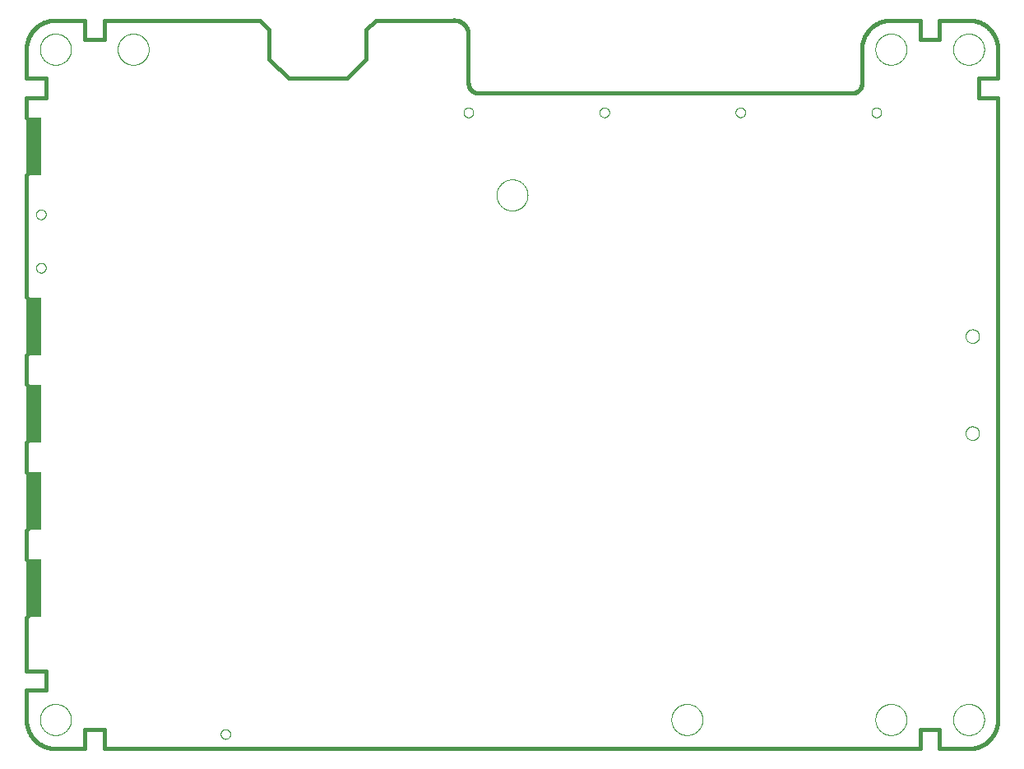
<source format=gbp>
G75*
%MOIN*%
%OFA0B0*%
%FSLAX25Y25*%
%IPPOS*%
%LPD*%
%AMOC8*
5,1,8,0,0,1.08239X$1,22.5*
%
%ADD10C,0.00000*%
%ADD11C,0.01600*%
%ADD12R,0.05906X0.23622*%
D10*
X0051847Y0030793D02*
X0051849Y0030951D01*
X0051855Y0031109D01*
X0051865Y0031267D01*
X0051879Y0031425D01*
X0051897Y0031582D01*
X0051918Y0031739D01*
X0051944Y0031895D01*
X0051974Y0032051D01*
X0052007Y0032206D01*
X0052045Y0032359D01*
X0052086Y0032512D01*
X0052131Y0032664D01*
X0052180Y0032815D01*
X0052233Y0032964D01*
X0052289Y0033112D01*
X0052349Y0033258D01*
X0052413Y0033403D01*
X0052481Y0033546D01*
X0052552Y0033688D01*
X0052626Y0033828D01*
X0052704Y0033965D01*
X0052786Y0034101D01*
X0052870Y0034235D01*
X0052959Y0034366D01*
X0053050Y0034495D01*
X0053145Y0034622D01*
X0053242Y0034747D01*
X0053343Y0034869D01*
X0053447Y0034988D01*
X0053554Y0035105D01*
X0053664Y0035219D01*
X0053777Y0035330D01*
X0053892Y0035439D01*
X0054010Y0035544D01*
X0054131Y0035646D01*
X0054254Y0035746D01*
X0054380Y0035842D01*
X0054508Y0035935D01*
X0054638Y0036025D01*
X0054771Y0036111D01*
X0054906Y0036195D01*
X0055042Y0036274D01*
X0055181Y0036351D01*
X0055322Y0036423D01*
X0055464Y0036493D01*
X0055608Y0036558D01*
X0055754Y0036620D01*
X0055901Y0036678D01*
X0056050Y0036733D01*
X0056200Y0036784D01*
X0056351Y0036831D01*
X0056503Y0036874D01*
X0056656Y0036913D01*
X0056811Y0036949D01*
X0056966Y0036980D01*
X0057122Y0037008D01*
X0057278Y0037032D01*
X0057435Y0037052D01*
X0057593Y0037068D01*
X0057750Y0037080D01*
X0057909Y0037088D01*
X0058067Y0037092D01*
X0058225Y0037092D01*
X0058383Y0037088D01*
X0058542Y0037080D01*
X0058699Y0037068D01*
X0058857Y0037052D01*
X0059014Y0037032D01*
X0059170Y0037008D01*
X0059326Y0036980D01*
X0059481Y0036949D01*
X0059636Y0036913D01*
X0059789Y0036874D01*
X0059941Y0036831D01*
X0060092Y0036784D01*
X0060242Y0036733D01*
X0060391Y0036678D01*
X0060538Y0036620D01*
X0060684Y0036558D01*
X0060828Y0036493D01*
X0060970Y0036423D01*
X0061111Y0036351D01*
X0061250Y0036274D01*
X0061386Y0036195D01*
X0061521Y0036111D01*
X0061654Y0036025D01*
X0061784Y0035935D01*
X0061912Y0035842D01*
X0062038Y0035746D01*
X0062161Y0035646D01*
X0062282Y0035544D01*
X0062400Y0035439D01*
X0062515Y0035330D01*
X0062628Y0035219D01*
X0062738Y0035105D01*
X0062845Y0034988D01*
X0062949Y0034869D01*
X0063050Y0034747D01*
X0063147Y0034622D01*
X0063242Y0034495D01*
X0063333Y0034366D01*
X0063422Y0034235D01*
X0063506Y0034101D01*
X0063588Y0033965D01*
X0063666Y0033828D01*
X0063740Y0033688D01*
X0063811Y0033546D01*
X0063879Y0033403D01*
X0063943Y0033258D01*
X0064003Y0033112D01*
X0064059Y0032964D01*
X0064112Y0032815D01*
X0064161Y0032664D01*
X0064206Y0032512D01*
X0064247Y0032359D01*
X0064285Y0032206D01*
X0064318Y0032051D01*
X0064348Y0031895D01*
X0064374Y0031739D01*
X0064395Y0031582D01*
X0064413Y0031425D01*
X0064427Y0031267D01*
X0064437Y0031109D01*
X0064443Y0030951D01*
X0064445Y0030793D01*
X0064443Y0030635D01*
X0064437Y0030477D01*
X0064427Y0030319D01*
X0064413Y0030161D01*
X0064395Y0030004D01*
X0064374Y0029847D01*
X0064348Y0029691D01*
X0064318Y0029535D01*
X0064285Y0029380D01*
X0064247Y0029227D01*
X0064206Y0029074D01*
X0064161Y0028922D01*
X0064112Y0028771D01*
X0064059Y0028622D01*
X0064003Y0028474D01*
X0063943Y0028328D01*
X0063879Y0028183D01*
X0063811Y0028040D01*
X0063740Y0027898D01*
X0063666Y0027758D01*
X0063588Y0027621D01*
X0063506Y0027485D01*
X0063422Y0027351D01*
X0063333Y0027220D01*
X0063242Y0027091D01*
X0063147Y0026964D01*
X0063050Y0026839D01*
X0062949Y0026717D01*
X0062845Y0026598D01*
X0062738Y0026481D01*
X0062628Y0026367D01*
X0062515Y0026256D01*
X0062400Y0026147D01*
X0062282Y0026042D01*
X0062161Y0025940D01*
X0062038Y0025840D01*
X0061912Y0025744D01*
X0061784Y0025651D01*
X0061654Y0025561D01*
X0061521Y0025475D01*
X0061386Y0025391D01*
X0061250Y0025312D01*
X0061111Y0025235D01*
X0060970Y0025163D01*
X0060828Y0025093D01*
X0060684Y0025028D01*
X0060538Y0024966D01*
X0060391Y0024908D01*
X0060242Y0024853D01*
X0060092Y0024802D01*
X0059941Y0024755D01*
X0059789Y0024712D01*
X0059636Y0024673D01*
X0059481Y0024637D01*
X0059326Y0024606D01*
X0059170Y0024578D01*
X0059014Y0024554D01*
X0058857Y0024534D01*
X0058699Y0024518D01*
X0058542Y0024506D01*
X0058383Y0024498D01*
X0058225Y0024494D01*
X0058067Y0024494D01*
X0057909Y0024498D01*
X0057750Y0024506D01*
X0057593Y0024518D01*
X0057435Y0024534D01*
X0057278Y0024554D01*
X0057122Y0024578D01*
X0056966Y0024606D01*
X0056811Y0024637D01*
X0056656Y0024673D01*
X0056503Y0024712D01*
X0056351Y0024755D01*
X0056200Y0024802D01*
X0056050Y0024853D01*
X0055901Y0024908D01*
X0055754Y0024966D01*
X0055608Y0025028D01*
X0055464Y0025093D01*
X0055322Y0025163D01*
X0055181Y0025235D01*
X0055042Y0025312D01*
X0054906Y0025391D01*
X0054771Y0025475D01*
X0054638Y0025561D01*
X0054508Y0025651D01*
X0054380Y0025744D01*
X0054254Y0025840D01*
X0054131Y0025940D01*
X0054010Y0026042D01*
X0053892Y0026147D01*
X0053777Y0026256D01*
X0053664Y0026367D01*
X0053554Y0026481D01*
X0053447Y0026598D01*
X0053343Y0026717D01*
X0053242Y0026839D01*
X0053145Y0026964D01*
X0053050Y0027091D01*
X0052959Y0027220D01*
X0052870Y0027351D01*
X0052786Y0027485D01*
X0052704Y0027621D01*
X0052626Y0027758D01*
X0052552Y0027898D01*
X0052481Y0028040D01*
X0052413Y0028183D01*
X0052349Y0028328D01*
X0052289Y0028474D01*
X0052233Y0028622D01*
X0052180Y0028771D01*
X0052131Y0028922D01*
X0052086Y0029074D01*
X0052045Y0029227D01*
X0052007Y0029380D01*
X0051974Y0029535D01*
X0051944Y0029691D01*
X0051918Y0029847D01*
X0051897Y0030004D01*
X0051879Y0030161D01*
X0051865Y0030319D01*
X0051855Y0030477D01*
X0051849Y0030635D01*
X0051847Y0030793D01*
X0125074Y0024887D02*
X0125076Y0024975D01*
X0125082Y0025063D01*
X0125092Y0025151D01*
X0125106Y0025239D01*
X0125123Y0025325D01*
X0125145Y0025411D01*
X0125170Y0025495D01*
X0125200Y0025579D01*
X0125232Y0025661D01*
X0125269Y0025741D01*
X0125309Y0025820D01*
X0125353Y0025897D01*
X0125400Y0025972D01*
X0125450Y0026044D01*
X0125504Y0026115D01*
X0125560Y0026182D01*
X0125620Y0026248D01*
X0125682Y0026310D01*
X0125748Y0026370D01*
X0125815Y0026426D01*
X0125886Y0026480D01*
X0125958Y0026530D01*
X0126033Y0026577D01*
X0126110Y0026621D01*
X0126189Y0026661D01*
X0126269Y0026698D01*
X0126351Y0026730D01*
X0126435Y0026760D01*
X0126519Y0026785D01*
X0126605Y0026807D01*
X0126691Y0026824D01*
X0126779Y0026838D01*
X0126867Y0026848D01*
X0126955Y0026854D01*
X0127043Y0026856D01*
X0127131Y0026854D01*
X0127219Y0026848D01*
X0127307Y0026838D01*
X0127395Y0026824D01*
X0127481Y0026807D01*
X0127567Y0026785D01*
X0127651Y0026760D01*
X0127735Y0026730D01*
X0127817Y0026698D01*
X0127897Y0026661D01*
X0127976Y0026621D01*
X0128053Y0026577D01*
X0128128Y0026530D01*
X0128200Y0026480D01*
X0128271Y0026426D01*
X0128338Y0026370D01*
X0128404Y0026310D01*
X0128466Y0026248D01*
X0128526Y0026182D01*
X0128582Y0026115D01*
X0128636Y0026044D01*
X0128686Y0025972D01*
X0128733Y0025897D01*
X0128777Y0025820D01*
X0128817Y0025741D01*
X0128854Y0025661D01*
X0128886Y0025579D01*
X0128916Y0025495D01*
X0128941Y0025411D01*
X0128963Y0025325D01*
X0128980Y0025239D01*
X0128994Y0025151D01*
X0129004Y0025063D01*
X0129010Y0024975D01*
X0129012Y0024887D01*
X0129010Y0024799D01*
X0129004Y0024711D01*
X0128994Y0024623D01*
X0128980Y0024535D01*
X0128963Y0024449D01*
X0128941Y0024363D01*
X0128916Y0024279D01*
X0128886Y0024195D01*
X0128854Y0024113D01*
X0128817Y0024033D01*
X0128777Y0023954D01*
X0128733Y0023877D01*
X0128686Y0023802D01*
X0128636Y0023730D01*
X0128582Y0023659D01*
X0128526Y0023592D01*
X0128466Y0023526D01*
X0128404Y0023464D01*
X0128338Y0023404D01*
X0128271Y0023348D01*
X0128200Y0023294D01*
X0128128Y0023244D01*
X0128053Y0023197D01*
X0127976Y0023153D01*
X0127897Y0023113D01*
X0127817Y0023076D01*
X0127735Y0023044D01*
X0127651Y0023014D01*
X0127567Y0022989D01*
X0127481Y0022967D01*
X0127395Y0022950D01*
X0127307Y0022936D01*
X0127219Y0022926D01*
X0127131Y0022920D01*
X0127043Y0022918D01*
X0126955Y0022920D01*
X0126867Y0022926D01*
X0126779Y0022936D01*
X0126691Y0022950D01*
X0126605Y0022967D01*
X0126519Y0022989D01*
X0126435Y0023014D01*
X0126351Y0023044D01*
X0126269Y0023076D01*
X0126189Y0023113D01*
X0126110Y0023153D01*
X0126033Y0023197D01*
X0125958Y0023244D01*
X0125886Y0023294D01*
X0125815Y0023348D01*
X0125748Y0023404D01*
X0125682Y0023464D01*
X0125620Y0023526D01*
X0125560Y0023592D01*
X0125504Y0023659D01*
X0125450Y0023730D01*
X0125400Y0023802D01*
X0125353Y0023877D01*
X0125309Y0023954D01*
X0125269Y0024033D01*
X0125232Y0024113D01*
X0125200Y0024195D01*
X0125170Y0024279D01*
X0125145Y0024363D01*
X0125123Y0024449D01*
X0125106Y0024535D01*
X0125092Y0024623D01*
X0125082Y0024711D01*
X0125076Y0024799D01*
X0125074Y0024887D01*
X0125076Y0024975D01*
X0125082Y0025063D01*
X0125092Y0025151D01*
X0125106Y0025239D01*
X0125123Y0025325D01*
X0125145Y0025411D01*
X0125170Y0025495D01*
X0125200Y0025579D01*
X0125232Y0025661D01*
X0125269Y0025741D01*
X0125309Y0025820D01*
X0125353Y0025897D01*
X0125400Y0025972D01*
X0125450Y0026044D01*
X0125504Y0026115D01*
X0125560Y0026182D01*
X0125620Y0026248D01*
X0125682Y0026310D01*
X0125748Y0026370D01*
X0125815Y0026426D01*
X0125886Y0026480D01*
X0125958Y0026530D01*
X0126033Y0026577D01*
X0126110Y0026621D01*
X0126189Y0026661D01*
X0126269Y0026698D01*
X0126351Y0026730D01*
X0126435Y0026760D01*
X0126519Y0026785D01*
X0126605Y0026807D01*
X0126691Y0026824D01*
X0126779Y0026838D01*
X0126867Y0026848D01*
X0126955Y0026854D01*
X0127043Y0026856D01*
X0127131Y0026854D01*
X0127219Y0026848D01*
X0127307Y0026838D01*
X0127395Y0026824D01*
X0127481Y0026807D01*
X0127567Y0026785D01*
X0127651Y0026760D01*
X0127735Y0026730D01*
X0127817Y0026698D01*
X0127897Y0026661D01*
X0127976Y0026621D01*
X0128053Y0026577D01*
X0128128Y0026530D01*
X0128200Y0026480D01*
X0128271Y0026426D01*
X0128338Y0026370D01*
X0128404Y0026310D01*
X0128466Y0026248D01*
X0128526Y0026182D01*
X0128582Y0026115D01*
X0128636Y0026044D01*
X0128686Y0025972D01*
X0128733Y0025897D01*
X0128777Y0025820D01*
X0128817Y0025741D01*
X0128854Y0025661D01*
X0128886Y0025579D01*
X0128916Y0025495D01*
X0128941Y0025411D01*
X0128963Y0025325D01*
X0128980Y0025239D01*
X0128994Y0025151D01*
X0129004Y0025063D01*
X0129010Y0024975D01*
X0129012Y0024887D01*
X0129010Y0024799D01*
X0129004Y0024711D01*
X0128994Y0024623D01*
X0128980Y0024535D01*
X0128963Y0024449D01*
X0128941Y0024363D01*
X0128916Y0024279D01*
X0128886Y0024195D01*
X0128854Y0024113D01*
X0128817Y0024033D01*
X0128777Y0023954D01*
X0128733Y0023877D01*
X0128686Y0023802D01*
X0128636Y0023730D01*
X0128582Y0023659D01*
X0128526Y0023592D01*
X0128466Y0023526D01*
X0128404Y0023464D01*
X0128338Y0023404D01*
X0128271Y0023348D01*
X0128200Y0023294D01*
X0128128Y0023244D01*
X0128053Y0023197D01*
X0127976Y0023153D01*
X0127897Y0023113D01*
X0127817Y0023076D01*
X0127735Y0023044D01*
X0127651Y0023014D01*
X0127567Y0022989D01*
X0127481Y0022967D01*
X0127395Y0022950D01*
X0127307Y0022936D01*
X0127219Y0022926D01*
X0127131Y0022920D01*
X0127043Y0022918D01*
X0126955Y0022920D01*
X0126867Y0022926D01*
X0126779Y0022936D01*
X0126691Y0022950D01*
X0126605Y0022967D01*
X0126519Y0022989D01*
X0126435Y0023014D01*
X0126351Y0023044D01*
X0126269Y0023076D01*
X0126189Y0023113D01*
X0126110Y0023153D01*
X0126033Y0023197D01*
X0125958Y0023244D01*
X0125886Y0023294D01*
X0125815Y0023348D01*
X0125748Y0023404D01*
X0125682Y0023464D01*
X0125620Y0023526D01*
X0125560Y0023592D01*
X0125504Y0023659D01*
X0125450Y0023730D01*
X0125400Y0023802D01*
X0125353Y0023877D01*
X0125309Y0023954D01*
X0125269Y0024033D01*
X0125232Y0024113D01*
X0125200Y0024195D01*
X0125170Y0024279D01*
X0125145Y0024363D01*
X0125123Y0024449D01*
X0125106Y0024535D01*
X0125092Y0024623D01*
X0125082Y0024711D01*
X0125076Y0024799D01*
X0125074Y0024887D01*
X0307752Y0030793D02*
X0307754Y0030951D01*
X0307760Y0031109D01*
X0307770Y0031267D01*
X0307784Y0031425D01*
X0307802Y0031582D01*
X0307823Y0031739D01*
X0307849Y0031895D01*
X0307879Y0032051D01*
X0307912Y0032206D01*
X0307950Y0032359D01*
X0307991Y0032512D01*
X0308036Y0032664D01*
X0308085Y0032815D01*
X0308138Y0032964D01*
X0308194Y0033112D01*
X0308254Y0033258D01*
X0308318Y0033403D01*
X0308386Y0033546D01*
X0308457Y0033688D01*
X0308531Y0033828D01*
X0308609Y0033965D01*
X0308691Y0034101D01*
X0308775Y0034235D01*
X0308864Y0034366D01*
X0308955Y0034495D01*
X0309050Y0034622D01*
X0309147Y0034747D01*
X0309248Y0034869D01*
X0309352Y0034988D01*
X0309459Y0035105D01*
X0309569Y0035219D01*
X0309682Y0035330D01*
X0309797Y0035439D01*
X0309915Y0035544D01*
X0310036Y0035646D01*
X0310159Y0035746D01*
X0310285Y0035842D01*
X0310413Y0035935D01*
X0310543Y0036025D01*
X0310676Y0036111D01*
X0310811Y0036195D01*
X0310947Y0036274D01*
X0311086Y0036351D01*
X0311227Y0036423D01*
X0311369Y0036493D01*
X0311513Y0036558D01*
X0311659Y0036620D01*
X0311806Y0036678D01*
X0311955Y0036733D01*
X0312105Y0036784D01*
X0312256Y0036831D01*
X0312408Y0036874D01*
X0312561Y0036913D01*
X0312716Y0036949D01*
X0312871Y0036980D01*
X0313027Y0037008D01*
X0313183Y0037032D01*
X0313340Y0037052D01*
X0313498Y0037068D01*
X0313655Y0037080D01*
X0313814Y0037088D01*
X0313972Y0037092D01*
X0314130Y0037092D01*
X0314288Y0037088D01*
X0314447Y0037080D01*
X0314604Y0037068D01*
X0314762Y0037052D01*
X0314919Y0037032D01*
X0315075Y0037008D01*
X0315231Y0036980D01*
X0315386Y0036949D01*
X0315541Y0036913D01*
X0315694Y0036874D01*
X0315846Y0036831D01*
X0315997Y0036784D01*
X0316147Y0036733D01*
X0316296Y0036678D01*
X0316443Y0036620D01*
X0316589Y0036558D01*
X0316733Y0036493D01*
X0316875Y0036423D01*
X0317016Y0036351D01*
X0317155Y0036274D01*
X0317291Y0036195D01*
X0317426Y0036111D01*
X0317559Y0036025D01*
X0317689Y0035935D01*
X0317817Y0035842D01*
X0317943Y0035746D01*
X0318066Y0035646D01*
X0318187Y0035544D01*
X0318305Y0035439D01*
X0318420Y0035330D01*
X0318533Y0035219D01*
X0318643Y0035105D01*
X0318750Y0034988D01*
X0318854Y0034869D01*
X0318955Y0034747D01*
X0319052Y0034622D01*
X0319147Y0034495D01*
X0319238Y0034366D01*
X0319327Y0034235D01*
X0319411Y0034101D01*
X0319493Y0033965D01*
X0319571Y0033828D01*
X0319645Y0033688D01*
X0319716Y0033546D01*
X0319784Y0033403D01*
X0319848Y0033258D01*
X0319908Y0033112D01*
X0319964Y0032964D01*
X0320017Y0032815D01*
X0320066Y0032664D01*
X0320111Y0032512D01*
X0320152Y0032359D01*
X0320190Y0032206D01*
X0320223Y0032051D01*
X0320253Y0031895D01*
X0320279Y0031739D01*
X0320300Y0031582D01*
X0320318Y0031425D01*
X0320332Y0031267D01*
X0320342Y0031109D01*
X0320348Y0030951D01*
X0320350Y0030793D01*
X0320348Y0030635D01*
X0320342Y0030477D01*
X0320332Y0030319D01*
X0320318Y0030161D01*
X0320300Y0030004D01*
X0320279Y0029847D01*
X0320253Y0029691D01*
X0320223Y0029535D01*
X0320190Y0029380D01*
X0320152Y0029227D01*
X0320111Y0029074D01*
X0320066Y0028922D01*
X0320017Y0028771D01*
X0319964Y0028622D01*
X0319908Y0028474D01*
X0319848Y0028328D01*
X0319784Y0028183D01*
X0319716Y0028040D01*
X0319645Y0027898D01*
X0319571Y0027758D01*
X0319493Y0027621D01*
X0319411Y0027485D01*
X0319327Y0027351D01*
X0319238Y0027220D01*
X0319147Y0027091D01*
X0319052Y0026964D01*
X0318955Y0026839D01*
X0318854Y0026717D01*
X0318750Y0026598D01*
X0318643Y0026481D01*
X0318533Y0026367D01*
X0318420Y0026256D01*
X0318305Y0026147D01*
X0318187Y0026042D01*
X0318066Y0025940D01*
X0317943Y0025840D01*
X0317817Y0025744D01*
X0317689Y0025651D01*
X0317559Y0025561D01*
X0317426Y0025475D01*
X0317291Y0025391D01*
X0317155Y0025312D01*
X0317016Y0025235D01*
X0316875Y0025163D01*
X0316733Y0025093D01*
X0316589Y0025028D01*
X0316443Y0024966D01*
X0316296Y0024908D01*
X0316147Y0024853D01*
X0315997Y0024802D01*
X0315846Y0024755D01*
X0315694Y0024712D01*
X0315541Y0024673D01*
X0315386Y0024637D01*
X0315231Y0024606D01*
X0315075Y0024578D01*
X0314919Y0024554D01*
X0314762Y0024534D01*
X0314604Y0024518D01*
X0314447Y0024506D01*
X0314288Y0024498D01*
X0314130Y0024494D01*
X0313972Y0024494D01*
X0313814Y0024498D01*
X0313655Y0024506D01*
X0313498Y0024518D01*
X0313340Y0024534D01*
X0313183Y0024554D01*
X0313027Y0024578D01*
X0312871Y0024606D01*
X0312716Y0024637D01*
X0312561Y0024673D01*
X0312408Y0024712D01*
X0312256Y0024755D01*
X0312105Y0024802D01*
X0311955Y0024853D01*
X0311806Y0024908D01*
X0311659Y0024966D01*
X0311513Y0025028D01*
X0311369Y0025093D01*
X0311227Y0025163D01*
X0311086Y0025235D01*
X0310947Y0025312D01*
X0310811Y0025391D01*
X0310676Y0025475D01*
X0310543Y0025561D01*
X0310413Y0025651D01*
X0310285Y0025744D01*
X0310159Y0025840D01*
X0310036Y0025940D01*
X0309915Y0026042D01*
X0309797Y0026147D01*
X0309682Y0026256D01*
X0309569Y0026367D01*
X0309459Y0026481D01*
X0309352Y0026598D01*
X0309248Y0026717D01*
X0309147Y0026839D01*
X0309050Y0026964D01*
X0308955Y0027091D01*
X0308864Y0027220D01*
X0308775Y0027351D01*
X0308691Y0027485D01*
X0308609Y0027621D01*
X0308531Y0027758D01*
X0308457Y0027898D01*
X0308386Y0028040D01*
X0308318Y0028183D01*
X0308254Y0028328D01*
X0308194Y0028474D01*
X0308138Y0028622D01*
X0308085Y0028771D01*
X0308036Y0028922D01*
X0307991Y0029074D01*
X0307950Y0029227D01*
X0307912Y0029380D01*
X0307879Y0029535D01*
X0307849Y0029691D01*
X0307823Y0029847D01*
X0307802Y0030004D01*
X0307784Y0030161D01*
X0307770Y0030319D01*
X0307760Y0030477D01*
X0307754Y0030635D01*
X0307752Y0030793D01*
X0390429Y0030793D02*
X0390431Y0030951D01*
X0390437Y0031109D01*
X0390447Y0031267D01*
X0390461Y0031425D01*
X0390479Y0031582D01*
X0390500Y0031739D01*
X0390526Y0031895D01*
X0390556Y0032051D01*
X0390589Y0032206D01*
X0390627Y0032359D01*
X0390668Y0032512D01*
X0390713Y0032664D01*
X0390762Y0032815D01*
X0390815Y0032964D01*
X0390871Y0033112D01*
X0390931Y0033258D01*
X0390995Y0033403D01*
X0391063Y0033546D01*
X0391134Y0033688D01*
X0391208Y0033828D01*
X0391286Y0033965D01*
X0391368Y0034101D01*
X0391452Y0034235D01*
X0391541Y0034366D01*
X0391632Y0034495D01*
X0391727Y0034622D01*
X0391824Y0034747D01*
X0391925Y0034869D01*
X0392029Y0034988D01*
X0392136Y0035105D01*
X0392246Y0035219D01*
X0392359Y0035330D01*
X0392474Y0035439D01*
X0392592Y0035544D01*
X0392713Y0035646D01*
X0392836Y0035746D01*
X0392962Y0035842D01*
X0393090Y0035935D01*
X0393220Y0036025D01*
X0393353Y0036111D01*
X0393488Y0036195D01*
X0393624Y0036274D01*
X0393763Y0036351D01*
X0393904Y0036423D01*
X0394046Y0036493D01*
X0394190Y0036558D01*
X0394336Y0036620D01*
X0394483Y0036678D01*
X0394632Y0036733D01*
X0394782Y0036784D01*
X0394933Y0036831D01*
X0395085Y0036874D01*
X0395238Y0036913D01*
X0395393Y0036949D01*
X0395548Y0036980D01*
X0395704Y0037008D01*
X0395860Y0037032D01*
X0396017Y0037052D01*
X0396175Y0037068D01*
X0396332Y0037080D01*
X0396491Y0037088D01*
X0396649Y0037092D01*
X0396807Y0037092D01*
X0396965Y0037088D01*
X0397124Y0037080D01*
X0397281Y0037068D01*
X0397439Y0037052D01*
X0397596Y0037032D01*
X0397752Y0037008D01*
X0397908Y0036980D01*
X0398063Y0036949D01*
X0398218Y0036913D01*
X0398371Y0036874D01*
X0398523Y0036831D01*
X0398674Y0036784D01*
X0398824Y0036733D01*
X0398973Y0036678D01*
X0399120Y0036620D01*
X0399266Y0036558D01*
X0399410Y0036493D01*
X0399552Y0036423D01*
X0399693Y0036351D01*
X0399832Y0036274D01*
X0399968Y0036195D01*
X0400103Y0036111D01*
X0400236Y0036025D01*
X0400366Y0035935D01*
X0400494Y0035842D01*
X0400620Y0035746D01*
X0400743Y0035646D01*
X0400864Y0035544D01*
X0400982Y0035439D01*
X0401097Y0035330D01*
X0401210Y0035219D01*
X0401320Y0035105D01*
X0401427Y0034988D01*
X0401531Y0034869D01*
X0401632Y0034747D01*
X0401729Y0034622D01*
X0401824Y0034495D01*
X0401915Y0034366D01*
X0402004Y0034235D01*
X0402088Y0034101D01*
X0402170Y0033965D01*
X0402248Y0033828D01*
X0402322Y0033688D01*
X0402393Y0033546D01*
X0402461Y0033403D01*
X0402525Y0033258D01*
X0402585Y0033112D01*
X0402641Y0032964D01*
X0402694Y0032815D01*
X0402743Y0032664D01*
X0402788Y0032512D01*
X0402829Y0032359D01*
X0402867Y0032206D01*
X0402900Y0032051D01*
X0402930Y0031895D01*
X0402956Y0031739D01*
X0402977Y0031582D01*
X0402995Y0031425D01*
X0403009Y0031267D01*
X0403019Y0031109D01*
X0403025Y0030951D01*
X0403027Y0030793D01*
X0403025Y0030635D01*
X0403019Y0030477D01*
X0403009Y0030319D01*
X0402995Y0030161D01*
X0402977Y0030004D01*
X0402956Y0029847D01*
X0402930Y0029691D01*
X0402900Y0029535D01*
X0402867Y0029380D01*
X0402829Y0029227D01*
X0402788Y0029074D01*
X0402743Y0028922D01*
X0402694Y0028771D01*
X0402641Y0028622D01*
X0402585Y0028474D01*
X0402525Y0028328D01*
X0402461Y0028183D01*
X0402393Y0028040D01*
X0402322Y0027898D01*
X0402248Y0027758D01*
X0402170Y0027621D01*
X0402088Y0027485D01*
X0402004Y0027351D01*
X0401915Y0027220D01*
X0401824Y0027091D01*
X0401729Y0026964D01*
X0401632Y0026839D01*
X0401531Y0026717D01*
X0401427Y0026598D01*
X0401320Y0026481D01*
X0401210Y0026367D01*
X0401097Y0026256D01*
X0400982Y0026147D01*
X0400864Y0026042D01*
X0400743Y0025940D01*
X0400620Y0025840D01*
X0400494Y0025744D01*
X0400366Y0025651D01*
X0400236Y0025561D01*
X0400103Y0025475D01*
X0399968Y0025391D01*
X0399832Y0025312D01*
X0399693Y0025235D01*
X0399552Y0025163D01*
X0399410Y0025093D01*
X0399266Y0025028D01*
X0399120Y0024966D01*
X0398973Y0024908D01*
X0398824Y0024853D01*
X0398674Y0024802D01*
X0398523Y0024755D01*
X0398371Y0024712D01*
X0398218Y0024673D01*
X0398063Y0024637D01*
X0397908Y0024606D01*
X0397752Y0024578D01*
X0397596Y0024554D01*
X0397439Y0024534D01*
X0397281Y0024518D01*
X0397124Y0024506D01*
X0396965Y0024498D01*
X0396807Y0024494D01*
X0396649Y0024494D01*
X0396491Y0024498D01*
X0396332Y0024506D01*
X0396175Y0024518D01*
X0396017Y0024534D01*
X0395860Y0024554D01*
X0395704Y0024578D01*
X0395548Y0024606D01*
X0395393Y0024637D01*
X0395238Y0024673D01*
X0395085Y0024712D01*
X0394933Y0024755D01*
X0394782Y0024802D01*
X0394632Y0024853D01*
X0394483Y0024908D01*
X0394336Y0024966D01*
X0394190Y0025028D01*
X0394046Y0025093D01*
X0393904Y0025163D01*
X0393763Y0025235D01*
X0393624Y0025312D01*
X0393488Y0025391D01*
X0393353Y0025475D01*
X0393220Y0025561D01*
X0393090Y0025651D01*
X0392962Y0025744D01*
X0392836Y0025840D01*
X0392713Y0025940D01*
X0392592Y0026042D01*
X0392474Y0026147D01*
X0392359Y0026256D01*
X0392246Y0026367D01*
X0392136Y0026481D01*
X0392029Y0026598D01*
X0391925Y0026717D01*
X0391824Y0026839D01*
X0391727Y0026964D01*
X0391632Y0027091D01*
X0391541Y0027220D01*
X0391452Y0027351D01*
X0391368Y0027485D01*
X0391286Y0027621D01*
X0391208Y0027758D01*
X0391134Y0027898D01*
X0391063Y0028040D01*
X0390995Y0028183D01*
X0390931Y0028328D01*
X0390871Y0028474D01*
X0390815Y0028622D01*
X0390762Y0028771D01*
X0390713Y0028922D01*
X0390668Y0029074D01*
X0390627Y0029227D01*
X0390589Y0029380D01*
X0390556Y0029535D01*
X0390526Y0029691D01*
X0390500Y0029847D01*
X0390479Y0030004D01*
X0390461Y0030161D01*
X0390447Y0030319D01*
X0390437Y0030477D01*
X0390431Y0030635D01*
X0390429Y0030793D01*
X0421925Y0030793D02*
X0421927Y0030951D01*
X0421933Y0031109D01*
X0421943Y0031267D01*
X0421957Y0031425D01*
X0421975Y0031582D01*
X0421996Y0031739D01*
X0422022Y0031895D01*
X0422052Y0032051D01*
X0422085Y0032206D01*
X0422123Y0032359D01*
X0422164Y0032512D01*
X0422209Y0032664D01*
X0422258Y0032815D01*
X0422311Y0032964D01*
X0422367Y0033112D01*
X0422427Y0033258D01*
X0422491Y0033403D01*
X0422559Y0033546D01*
X0422630Y0033688D01*
X0422704Y0033828D01*
X0422782Y0033965D01*
X0422864Y0034101D01*
X0422948Y0034235D01*
X0423037Y0034366D01*
X0423128Y0034495D01*
X0423223Y0034622D01*
X0423320Y0034747D01*
X0423421Y0034869D01*
X0423525Y0034988D01*
X0423632Y0035105D01*
X0423742Y0035219D01*
X0423855Y0035330D01*
X0423970Y0035439D01*
X0424088Y0035544D01*
X0424209Y0035646D01*
X0424332Y0035746D01*
X0424458Y0035842D01*
X0424586Y0035935D01*
X0424716Y0036025D01*
X0424849Y0036111D01*
X0424984Y0036195D01*
X0425120Y0036274D01*
X0425259Y0036351D01*
X0425400Y0036423D01*
X0425542Y0036493D01*
X0425686Y0036558D01*
X0425832Y0036620D01*
X0425979Y0036678D01*
X0426128Y0036733D01*
X0426278Y0036784D01*
X0426429Y0036831D01*
X0426581Y0036874D01*
X0426734Y0036913D01*
X0426889Y0036949D01*
X0427044Y0036980D01*
X0427200Y0037008D01*
X0427356Y0037032D01*
X0427513Y0037052D01*
X0427671Y0037068D01*
X0427828Y0037080D01*
X0427987Y0037088D01*
X0428145Y0037092D01*
X0428303Y0037092D01*
X0428461Y0037088D01*
X0428620Y0037080D01*
X0428777Y0037068D01*
X0428935Y0037052D01*
X0429092Y0037032D01*
X0429248Y0037008D01*
X0429404Y0036980D01*
X0429559Y0036949D01*
X0429714Y0036913D01*
X0429867Y0036874D01*
X0430019Y0036831D01*
X0430170Y0036784D01*
X0430320Y0036733D01*
X0430469Y0036678D01*
X0430616Y0036620D01*
X0430762Y0036558D01*
X0430906Y0036493D01*
X0431048Y0036423D01*
X0431189Y0036351D01*
X0431328Y0036274D01*
X0431464Y0036195D01*
X0431599Y0036111D01*
X0431732Y0036025D01*
X0431862Y0035935D01*
X0431990Y0035842D01*
X0432116Y0035746D01*
X0432239Y0035646D01*
X0432360Y0035544D01*
X0432478Y0035439D01*
X0432593Y0035330D01*
X0432706Y0035219D01*
X0432816Y0035105D01*
X0432923Y0034988D01*
X0433027Y0034869D01*
X0433128Y0034747D01*
X0433225Y0034622D01*
X0433320Y0034495D01*
X0433411Y0034366D01*
X0433500Y0034235D01*
X0433584Y0034101D01*
X0433666Y0033965D01*
X0433744Y0033828D01*
X0433818Y0033688D01*
X0433889Y0033546D01*
X0433957Y0033403D01*
X0434021Y0033258D01*
X0434081Y0033112D01*
X0434137Y0032964D01*
X0434190Y0032815D01*
X0434239Y0032664D01*
X0434284Y0032512D01*
X0434325Y0032359D01*
X0434363Y0032206D01*
X0434396Y0032051D01*
X0434426Y0031895D01*
X0434452Y0031739D01*
X0434473Y0031582D01*
X0434491Y0031425D01*
X0434505Y0031267D01*
X0434515Y0031109D01*
X0434521Y0030951D01*
X0434523Y0030793D01*
X0434521Y0030635D01*
X0434515Y0030477D01*
X0434505Y0030319D01*
X0434491Y0030161D01*
X0434473Y0030004D01*
X0434452Y0029847D01*
X0434426Y0029691D01*
X0434396Y0029535D01*
X0434363Y0029380D01*
X0434325Y0029227D01*
X0434284Y0029074D01*
X0434239Y0028922D01*
X0434190Y0028771D01*
X0434137Y0028622D01*
X0434081Y0028474D01*
X0434021Y0028328D01*
X0433957Y0028183D01*
X0433889Y0028040D01*
X0433818Y0027898D01*
X0433744Y0027758D01*
X0433666Y0027621D01*
X0433584Y0027485D01*
X0433500Y0027351D01*
X0433411Y0027220D01*
X0433320Y0027091D01*
X0433225Y0026964D01*
X0433128Y0026839D01*
X0433027Y0026717D01*
X0432923Y0026598D01*
X0432816Y0026481D01*
X0432706Y0026367D01*
X0432593Y0026256D01*
X0432478Y0026147D01*
X0432360Y0026042D01*
X0432239Y0025940D01*
X0432116Y0025840D01*
X0431990Y0025744D01*
X0431862Y0025651D01*
X0431732Y0025561D01*
X0431599Y0025475D01*
X0431464Y0025391D01*
X0431328Y0025312D01*
X0431189Y0025235D01*
X0431048Y0025163D01*
X0430906Y0025093D01*
X0430762Y0025028D01*
X0430616Y0024966D01*
X0430469Y0024908D01*
X0430320Y0024853D01*
X0430170Y0024802D01*
X0430019Y0024755D01*
X0429867Y0024712D01*
X0429714Y0024673D01*
X0429559Y0024637D01*
X0429404Y0024606D01*
X0429248Y0024578D01*
X0429092Y0024554D01*
X0428935Y0024534D01*
X0428777Y0024518D01*
X0428620Y0024506D01*
X0428461Y0024498D01*
X0428303Y0024494D01*
X0428145Y0024494D01*
X0427987Y0024498D01*
X0427828Y0024506D01*
X0427671Y0024518D01*
X0427513Y0024534D01*
X0427356Y0024554D01*
X0427200Y0024578D01*
X0427044Y0024606D01*
X0426889Y0024637D01*
X0426734Y0024673D01*
X0426581Y0024712D01*
X0426429Y0024755D01*
X0426278Y0024802D01*
X0426128Y0024853D01*
X0425979Y0024908D01*
X0425832Y0024966D01*
X0425686Y0025028D01*
X0425542Y0025093D01*
X0425400Y0025163D01*
X0425259Y0025235D01*
X0425120Y0025312D01*
X0424984Y0025391D01*
X0424849Y0025475D01*
X0424716Y0025561D01*
X0424586Y0025651D01*
X0424458Y0025744D01*
X0424332Y0025840D01*
X0424209Y0025940D01*
X0424088Y0026042D01*
X0423970Y0026147D01*
X0423855Y0026256D01*
X0423742Y0026367D01*
X0423632Y0026481D01*
X0423525Y0026598D01*
X0423421Y0026717D01*
X0423320Y0026839D01*
X0423223Y0026964D01*
X0423128Y0027091D01*
X0423037Y0027220D01*
X0422948Y0027351D01*
X0422864Y0027485D01*
X0422782Y0027621D01*
X0422704Y0027758D01*
X0422630Y0027898D01*
X0422559Y0028040D01*
X0422491Y0028183D01*
X0422427Y0028328D01*
X0422367Y0028474D01*
X0422311Y0028622D01*
X0422258Y0028771D01*
X0422209Y0028922D01*
X0422164Y0029074D01*
X0422123Y0029227D01*
X0422085Y0029380D01*
X0422052Y0029535D01*
X0422022Y0029691D01*
X0421996Y0029847D01*
X0421975Y0030004D01*
X0421957Y0030161D01*
X0421943Y0030319D01*
X0421933Y0030477D01*
X0421927Y0030635D01*
X0421925Y0030793D01*
X0426964Y0146856D02*
X0426966Y0146961D01*
X0426972Y0147066D01*
X0426982Y0147170D01*
X0426996Y0147274D01*
X0427014Y0147378D01*
X0427036Y0147480D01*
X0427061Y0147582D01*
X0427091Y0147683D01*
X0427124Y0147782D01*
X0427161Y0147880D01*
X0427202Y0147977D01*
X0427247Y0148072D01*
X0427295Y0148165D01*
X0427346Y0148257D01*
X0427402Y0148346D01*
X0427460Y0148433D01*
X0427522Y0148518D01*
X0427586Y0148601D01*
X0427654Y0148681D01*
X0427725Y0148758D01*
X0427799Y0148832D01*
X0427876Y0148904D01*
X0427955Y0148973D01*
X0428037Y0149038D01*
X0428121Y0149101D01*
X0428208Y0149160D01*
X0428297Y0149216D01*
X0428388Y0149269D01*
X0428481Y0149318D01*
X0428575Y0149363D01*
X0428671Y0149405D01*
X0428769Y0149443D01*
X0428868Y0149477D01*
X0428969Y0149508D01*
X0429070Y0149534D01*
X0429173Y0149557D01*
X0429276Y0149576D01*
X0429380Y0149591D01*
X0429484Y0149602D01*
X0429589Y0149609D01*
X0429694Y0149612D01*
X0429799Y0149611D01*
X0429904Y0149606D01*
X0430008Y0149597D01*
X0430112Y0149584D01*
X0430216Y0149567D01*
X0430319Y0149546D01*
X0430421Y0149521D01*
X0430522Y0149493D01*
X0430621Y0149460D01*
X0430720Y0149424D01*
X0430817Y0149384D01*
X0430912Y0149341D01*
X0431006Y0149293D01*
X0431098Y0149243D01*
X0431188Y0149189D01*
X0431276Y0149131D01*
X0431361Y0149070D01*
X0431444Y0149006D01*
X0431525Y0148939D01*
X0431603Y0148869D01*
X0431678Y0148795D01*
X0431750Y0148720D01*
X0431820Y0148641D01*
X0431886Y0148560D01*
X0431950Y0148476D01*
X0432010Y0148390D01*
X0432066Y0148302D01*
X0432120Y0148211D01*
X0432170Y0148119D01*
X0432216Y0148025D01*
X0432259Y0147929D01*
X0432298Y0147831D01*
X0432333Y0147733D01*
X0432364Y0147632D01*
X0432392Y0147531D01*
X0432416Y0147429D01*
X0432436Y0147326D01*
X0432452Y0147222D01*
X0432464Y0147118D01*
X0432472Y0147013D01*
X0432476Y0146908D01*
X0432476Y0146804D01*
X0432472Y0146699D01*
X0432464Y0146594D01*
X0432452Y0146490D01*
X0432436Y0146386D01*
X0432416Y0146283D01*
X0432392Y0146181D01*
X0432364Y0146080D01*
X0432333Y0145979D01*
X0432298Y0145881D01*
X0432259Y0145783D01*
X0432216Y0145687D01*
X0432170Y0145593D01*
X0432120Y0145501D01*
X0432066Y0145410D01*
X0432010Y0145322D01*
X0431950Y0145236D01*
X0431886Y0145152D01*
X0431820Y0145071D01*
X0431750Y0144992D01*
X0431678Y0144917D01*
X0431603Y0144843D01*
X0431525Y0144773D01*
X0431444Y0144706D01*
X0431361Y0144642D01*
X0431276Y0144581D01*
X0431188Y0144523D01*
X0431098Y0144469D01*
X0431006Y0144419D01*
X0430912Y0144371D01*
X0430817Y0144328D01*
X0430720Y0144288D01*
X0430621Y0144252D01*
X0430522Y0144219D01*
X0430421Y0144191D01*
X0430319Y0144166D01*
X0430216Y0144145D01*
X0430112Y0144128D01*
X0430008Y0144115D01*
X0429904Y0144106D01*
X0429799Y0144101D01*
X0429694Y0144100D01*
X0429589Y0144103D01*
X0429484Y0144110D01*
X0429380Y0144121D01*
X0429276Y0144136D01*
X0429173Y0144155D01*
X0429070Y0144178D01*
X0428969Y0144204D01*
X0428868Y0144235D01*
X0428769Y0144269D01*
X0428671Y0144307D01*
X0428575Y0144349D01*
X0428481Y0144394D01*
X0428388Y0144443D01*
X0428297Y0144496D01*
X0428208Y0144552D01*
X0428121Y0144611D01*
X0428037Y0144674D01*
X0427955Y0144739D01*
X0427876Y0144808D01*
X0427799Y0144880D01*
X0427725Y0144954D01*
X0427654Y0145031D01*
X0427586Y0145111D01*
X0427522Y0145194D01*
X0427460Y0145279D01*
X0427402Y0145366D01*
X0427346Y0145455D01*
X0427295Y0145547D01*
X0427247Y0145640D01*
X0427202Y0145735D01*
X0427161Y0145832D01*
X0427124Y0145930D01*
X0427091Y0146029D01*
X0427061Y0146130D01*
X0427036Y0146232D01*
X0427014Y0146334D01*
X0426996Y0146438D01*
X0426982Y0146542D01*
X0426972Y0146646D01*
X0426966Y0146751D01*
X0426964Y0146856D01*
X0426964Y0186186D02*
X0426966Y0186291D01*
X0426972Y0186396D01*
X0426982Y0186500D01*
X0426996Y0186604D01*
X0427014Y0186708D01*
X0427036Y0186810D01*
X0427061Y0186912D01*
X0427091Y0187013D01*
X0427124Y0187112D01*
X0427161Y0187210D01*
X0427202Y0187307D01*
X0427247Y0187402D01*
X0427295Y0187495D01*
X0427346Y0187587D01*
X0427402Y0187676D01*
X0427460Y0187763D01*
X0427522Y0187848D01*
X0427586Y0187931D01*
X0427654Y0188011D01*
X0427725Y0188088D01*
X0427799Y0188162D01*
X0427876Y0188234D01*
X0427955Y0188303D01*
X0428037Y0188368D01*
X0428121Y0188431D01*
X0428208Y0188490D01*
X0428297Y0188546D01*
X0428388Y0188599D01*
X0428481Y0188648D01*
X0428575Y0188693D01*
X0428671Y0188735D01*
X0428769Y0188773D01*
X0428868Y0188807D01*
X0428969Y0188838D01*
X0429070Y0188864D01*
X0429173Y0188887D01*
X0429276Y0188906D01*
X0429380Y0188921D01*
X0429484Y0188932D01*
X0429589Y0188939D01*
X0429694Y0188942D01*
X0429799Y0188941D01*
X0429904Y0188936D01*
X0430008Y0188927D01*
X0430112Y0188914D01*
X0430216Y0188897D01*
X0430319Y0188876D01*
X0430421Y0188851D01*
X0430522Y0188823D01*
X0430621Y0188790D01*
X0430720Y0188754D01*
X0430817Y0188714D01*
X0430912Y0188671D01*
X0431006Y0188623D01*
X0431098Y0188573D01*
X0431188Y0188519D01*
X0431276Y0188461D01*
X0431361Y0188400D01*
X0431444Y0188336D01*
X0431525Y0188269D01*
X0431603Y0188199D01*
X0431678Y0188125D01*
X0431750Y0188050D01*
X0431820Y0187971D01*
X0431886Y0187890D01*
X0431950Y0187806D01*
X0432010Y0187720D01*
X0432066Y0187632D01*
X0432120Y0187541D01*
X0432170Y0187449D01*
X0432216Y0187355D01*
X0432259Y0187259D01*
X0432298Y0187161D01*
X0432333Y0187063D01*
X0432364Y0186962D01*
X0432392Y0186861D01*
X0432416Y0186759D01*
X0432436Y0186656D01*
X0432452Y0186552D01*
X0432464Y0186448D01*
X0432472Y0186343D01*
X0432476Y0186238D01*
X0432476Y0186134D01*
X0432472Y0186029D01*
X0432464Y0185924D01*
X0432452Y0185820D01*
X0432436Y0185716D01*
X0432416Y0185613D01*
X0432392Y0185511D01*
X0432364Y0185410D01*
X0432333Y0185309D01*
X0432298Y0185211D01*
X0432259Y0185113D01*
X0432216Y0185017D01*
X0432170Y0184923D01*
X0432120Y0184831D01*
X0432066Y0184740D01*
X0432010Y0184652D01*
X0431950Y0184566D01*
X0431886Y0184482D01*
X0431820Y0184401D01*
X0431750Y0184322D01*
X0431678Y0184247D01*
X0431603Y0184173D01*
X0431525Y0184103D01*
X0431444Y0184036D01*
X0431361Y0183972D01*
X0431276Y0183911D01*
X0431188Y0183853D01*
X0431098Y0183799D01*
X0431006Y0183749D01*
X0430912Y0183701D01*
X0430817Y0183658D01*
X0430720Y0183618D01*
X0430621Y0183582D01*
X0430522Y0183549D01*
X0430421Y0183521D01*
X0430319Y0183496D01*
X0430216Y0183475D01*
X0430112Y0183458D01*
X0430008Y0183445D01*
X0429904Y0183436D01*
X0429799Y0183431D01*
X0429694Y0183430D01*
X0429589Y0183433D01*
X0429484Y0183440D01*
X0429380Y0183451D01*
X0429276Y0183466D01*
X0429173Y0183485D01*
X0429070Y0183508D01*
X0428969Y0183534D01*
X0428868Y0183565D01*
X0428769Y0183599D01*
X0428671Y0183637D01*
X0428575Y0183679D01*
X0428481Y0183724D01*
X0428388Y0183773D01*
X0428297Y0183826D01*
X0428208Y0183882D01*
X0428121Y0183941D01*
X0428037Y0184004D01*
X0427955Y0184069D01*
X0427876Y0184138D01*
X0427799Y0184210D01*
X0427725Y0184284D01*
X0427654Y0184361D01*
X0427586Y0184441D01*
X0427522Y0184524D01*
X0427460Y0184609D01*
X0427402Y0184696D01*
X0427346Y0184785D01*
X0427295Y0184877D01*
X0427247Y0184970D01*
X0427202Y0185065D01*
X0427161Y0185162D01*
X0427124Y0185260D01*
X0427091Y0185359D01*
X0427061Y0185460D01*
X0427036Y0185562D01*
X0427014Y0185664D01*
X0426996Y0185768D01*
X0426982Y0185872D01*
X0426972Y0185976D01*
X0426966Y0186081D01*
X0426964Y0186186D01*
X0388854Y0276856D02*
X0388856Y0276944D01*
X0388862Y0277032D01*
X0388872Y0277120D01*
X0388886Y0277208D01*
X0388903Y0277294D01*
X0388925Y0277380D01*
X0388950Y0277464D01*
X0388980Y0277548D01*
X0389012Y0277630D01*
X0389049Y0277710D01*
X0389089Y0277789D01*
X0389133Y0277866D01*
X0389180Y0277941D01*
X0389230Y0278013D01*
X0389284Y0278084D01*
X0389340Y0278151D01*
X0389400Y0278217D01*
X0389462Y0278279D01*
X0389528Y0278339D01*
X0389595Y0278395D01*
X0389666Y0278449D01*
X0389738Y0278499D01*
X0389813Y0278546D01*
X0389890Y0278590D01*
X0389969Y0278630D01*
X0390049Y0278667D01*
X0390131Y0278699D01*
X0390215Y0278729D01*
X0390299Y0278754D01*
X0390385Y0278776D01*
X0390471Y0278793D01*
X0390559Y0278807D01*
X0390647Y0278817D01*
X0390735Y0278823D01*
X0390823Y0278825D01*
X0390911Y0278823D01*
X0390999Y0278817D01*
X0391087Y0278807D01*
X0391175Y0278793D01*
X0391261Y0278776D01*
X0391347Y0278754D01*
X0391431Y0278729D01*
X0391515Y0278699D01*
X0391597Y0278667D01*
X0391677Y0278630D01*
X0391756Y0278590D01*
X0391833Y0278546D01*
X0391908Y0278499D01*
X0391980Y0278449D01*
X0392051Y0278395D01*
X0392118Y0278339D01*
X0392184Y0278279D01*
X0392246Y0278217D01*
X0392306Y0278151D01*
X0392362Y0278084D01*
X0392416Y0278013D01*
X0392466Y0277941D01*
X0392513Y0277866D01*
X0392557Y0277789D01*
X0392597Y0277710D01*
X0392634Y0277630D01*
X0392666Y0277548D01*
X0392696Y0277464D01*
X0392721Y0277380D01*
X0392743Y0277294D01*
X0392760Y0277208D01*
X0392774Y0277120D01*
X0392784Y0277032D01*
X0392790Y0276944D01*
X0392792Y0276856D01*
X0392790Y0276768D01*
X0392784Y0276680D01*
X0392774Y0276592D01*
X0392760Y0276504D01*
X0392743Y0276418D01*
X0392721Y0276332D01*
X0392696Y0276248D01*
X0392666Y0276164D01*
X0392634Y0276082D01*
X0392597Y0276002D01*
X0392557Y0275923D01*
X0392513Y0275846D01*
X0392466Y0275771D01*
X0392416Y0275699D01*
X0392362Y0275628D01*
X0392306Y0275561D01*
X0392246Y0275495D01*
X0392184Y0275433D01*
X0392118Y0275373D01*
X0392051Y0275317D01*
X0391980Y0275263D01*
X0391908Y0275213D01*
X0391833Y0275166D01*
X0391756Y0275122D01*
X0391677Y0275082D01*
X0391597Y0275045D01*
X0391515Y0275013D01*
X0391431Y0274983D01*
X0391347Y0274958D01*
X0391261Y0274936D01*
X0391175Y0274919D01*
X0391087Y0274905D01*
X0390999Y0274895D01*
X0390911Y0274889D01*
X0390823Y0274887D01*
X0390735Y0274889D01*
X0390647Y0274895D01*
X0390559Y0274905D01*
X0390471Y0274919D01*
X0390385Y0274936D01*
X0390299Y0274958D01*
X0390215Y0274983D01*
X0390131Y0275013D01*
X0390049Y0275045D01*
X0389969Y0275082D01*
X0389890Y0275122D01*
X0389813Y0275166D01*
X0389738Y0275213D01*
X0389666Y0275263D01*
X0389595Y0275317D01*
X0389528Y0275373D01*
X0389462Y0275433D01*
X0389400Y0275495D01*
X0389340Y0275561D01*
X0389284Y0275628D01*
X0389230Y0275699D01*
X0389180Y0275771D01*
X0389133Y0275846D01*
X0389089Y0275923D01*
X0389049Y0276002D01*
X0389012Y0276082D01*
X0388980Y0276164D01*
X0388950Y0276248D01*
X0388925Y0276332D01*
X0388903Y0276418D01*
X0388886Y0276504D01*
X0388872Y0276592D01*
X0388862Y0276680D01*
X0388856Y0276768D01*
X0388854Y0276856D01*
X0390429Y0302446D02*
X0390431Y0302604D01*
X0390437Y0302762D01*
X0390447Y0302920D01*
X0390461Y0303078D01*
X0390479Y0303235D01*
X0390500Y0303392D01*
X0390526Y0303548D01*
X0390556Y0303704D01*
X0390589Y0303859D01*
X0390627Y0304012D01*
X0390668Y0304165D01*
X0390713Y0304317D01*
X0390762Y0304468D01*
X0390815Y0304617D01*
X0390871Y0304765D01*
X0390931Y0304911D01*
X0390995Y0305056D01*
X0391063Y0305199D01*
X0391134Y0305341D01*
X0391208Y0305481D01*
X0391286Y0305618D01*
X0391368Y0305754D01*
X0391452Y0305888D01*
X0391541Y0306019D01*
X0391632Y0306148D01*
X0391727Y0306275D01*
X0391824Y0306400D01*
X0391925Y0306522D01*
X0392029Y0306641D01*
X0392136Y0306758D01*
X0392246Y0306872D01*
X0392359Y0306983D01*
X0392474Y0307092D01*
X0392592Y0307197D01*
X0392713Y0307299D01*
X0392836Y0307399D01*
X0392962Y0307495D01*
X0393090Y0307588D01*
X0393220Y0307678D01*
X0393353Y0307764D01*
X0393488Y0307848D01*
X0393624Y0307927D01*
X0393763Y0308004D01*
X0393904Y0308076D01*
X0394046Y0308146D01*
X0394190Y0308211D01*
X0394336Y0308273D01*
X0394483Y0308331D01*
X0394632Y0308386D01*
X0394782Y0308437D01*
X0394933Y0308484D01*
X0395085Y0308527D01*
X0395238Y0308566D01*
X0395393Y0308602D01*
X0395548Y0308633D01*
X0395704Y0308661D01*
X0395860Y0308685D01*
X0396017Y0308705D01*
X0396175Y0308721D01*
X0396332Y0308733D01*
X0396491Y0308741D01*
X0396649Y0308745D01*
X0396807Y0308745D01*
X0396965Y0308741D01*
X0397124Y0308733D01*
X0397281Y0308721D01*
X0397439Y0308705D01*
X0397596Y0308685D01*
X0397752Y0308661D01*
X0397908Y0308633D01*
X0398063Y0308602D01*
X0398218Y0308566D01*
X0398371Y0308527D01*
X0398523Y0308484D01*
X0398674Y0308437D01*
X0398824Y0308386D01*
X0398973Y0308331D01*
X0399120Y0308273D01*
X0399266Y0308211D01*
X0399410Y0308146D01*
X0399552Y0308076D01*
X0399693Y0308004D01*
X0399832Y0307927D01*
X0399968Y0307848D01*
X0400103Y0307764D01*
X0400236Y0307678D01*
X0400366Y0307588D01*
X0400494Y0307495D01*
X0400620Y0307399D01*
X0400743Y0307299D01*
X0400864Y0307197D01*
X0400982Y0307092D01*
X0401097Y0306983D01*
X0401210Y0306872D01*
X0401320Y0306758D01*
X0401427Y0306641D01*
X0401531Y0306522D01*
X0401632Y0306400D01*
X0401729Y0306275D01*
X0401824Y0306148D01*
X0401915Y0306019D01*
X0402004Y0305888D01*
X0402088Y0305754D01*
X0402170Y0305618D01*
X0402248Y0305481D01*
X0402322Y0305341D01*
X0402393Y0305199D01*
X0402461Y0305056D01*
X0402525Y0304911D01*
X0402585Y0304765D01*
X0402641Y0304617D01*
X0402694Y0304468D01*
X0402743Y0304317D01*
X0402788Y0304165D01*
X0402829Y0304012D01*
X0402867Y0303859D01*
X0402900Y0303704D01*
X0402930Y0303548D01*
X0402956Y0303392D01*
X0402977Y0303235D01*
X0402995Y0303078D01*
X0403009Y0302920D01*
X0403019Y0302762D01*
X0403025Y0302604D01*
X0403027Y0302446D01*
X0403025Y0302288D01*
X0403019Y0302130D01*
X0403009Y0301972D01*
X0402995Y0301814D01*
X0402977Y0301657D01*
X0402956Y0301500D01*
X0402930Y0301344D01*
X0402900Y0301188D01*
X0402867Y0301033D01*
X0402829Y0300880D01*
X0402788Y0300727D01*
X0402743Y0300575D01*
X0402694Y0300424D01*
X0402641Y0300275D01*
X0402585Y0300127D01*
X0402525Y0299981D01*
X0402461Y0299836D01*
X0402393Y0299693D01*
X0402322Y0299551D01*
X0402248Y0299411D01*
X0402170Y0299274D01*
X0402088Y0299138D01*
X0402004Y0299004D01*
X0401915Y0298873D01*
X0401824Y0298744D01*
X0401729Y0298617D01*
X0401632Y0298492D01*
X0401531Y0298370D01*
X0401427Y0298251D01*
X0401320Y0298134D01*
X0401210Y0298020D01*
X0401097Y0297909D01*
X0400982Y0297800D01*
X0400864Y0297695D01*
X0400743Y0297593D01*
X0400620Y0297493D01*
X0400494Y0297397D01*
X0400366Y0297304D01*
X0400236Y0297214D01*
X0400103Y0297128D01*
X0399968Y0297044D01*
X0399832Y0296965D01*
X0399693Y0296888D01*
X0399552Y0296816D01*
X0399410Y0296746D01*
X0399266Y0296681D01*
X0399120Y0296619D01*
X0398973Y0296561D01*
X0398824Y0296506D01*
X0398674Y0296455D01*
X0398523Y0296408D01*
X0398371Y0296365D01*
X0398218Y0296326D01*
X0398063Y0296290D01*
X0397908Y0296259D01*
X0397752Y0296231D01*
X0397596Y0296207D01*
X0397439Y0296187D01*
X0397281Y0296171D01*
X0397124Y0296159D01*
X0396965Y0296151D01*
X0396807Y0296147D01*
X0396649Y0296147D01*
X0396491Y0296151D01*
X0396332Y0296159D01*
X0396175Y0296171D01*
X0396017Y0296187D01*
X0395860Y0296207D01*
X0395704Y0296231D01*
X0395548Y0296259D01*
X0395393Y0296290D01*
X0395238Y0296326D01*
X0395085Y0296365D01*
X0394933Y0296408D01*
X0394782Y0296455D01*
X0394632Y0296506D01*
X0394483Y0296561D01*
X0394336Y0296619D01*
X0394190Y0296681D01*
X0394046Y0296746D01*
X0393904Y0296816D01*
X0393763Y0296888D01*
X0393624Y0296965D01*
X0393488Y0297044D01*
X0393353Y0297128D01*
X0393220Y0297214D01*
X0393090Y0297304D01*
X0392962Y0297397D01*
X0392836Y0297493D01*
X0392713Y0297593D01*
X0392592Y0297695D01*
X0392474Y0297800D01*
X0392359Y0297909D01*
X0392246Y0298020D01*
X0392136Y0298134D01*
X0392029Y0298251D01*
X0391925Y0298370D01*
X0391824Y0298492D01*
X0391727Y0298617D01*
X0391632Y0298744D01*
X0391541Y0298873D01*
X0391452Y0299004D01*
X0391368Y0299138D01*
X0391286Y0299274D01*
X0391208Y0299411D01*
X0391134Y0299551D01*
X0391063Y0299693D01*
X0390995Y0299836D01*
X0390931Y0299981D01*
X0390871Y0300127D01*
X0390815Y0300275D01*
X0390762Y0300424D01*
X0390713Y0300575D01*
X0390668Y0300727D01*
X0390627Y0300880D01*
X0390589Y0301033D01*
X0390556Y0301188D01*
X0390526Y0301344D01*
X0390500Y0301500D01*
X0390479Y0301657D01*
X0390461Y0301814D01*
X0390447Y0301972D01*
X0390437Y0302130D01*
X0390431Y0302288D01*
X0390429Y0302446D01*
X0421925Y0302446D02*
X0421927Y0302604D01*
X0421933Y0302762D01*
X0421943Y0302920D01*
X0421957Y0303078D01*
X0421975Y0303235D01*
X0421996Y0303392D01*
X0422022Y0303548D01*
X0422052Y0303704D01*
X0422085Y0303859D01*
X0422123Y0304012D01*
X0422164Y0304165D01*
X0422209Y0304317D01*
X0422258Y0304468D01*
X0422311Y0304617D01*
X0422367Y0304765D01*
X0422427Y0304911D01*
X0422491Y0305056D01*
X0422559Y0305199D01*
X0422630Y0305341D01*
X0422704Y0305481D01*
X0422782Y0305618D01*
X0422864Y0305754D01*
X0422948Y0305888D01*
X0423037Y0306019D01*
X0423128Y0306148D01*
X0423223Y0306275D01*
X0423320Y0306400D01*
X0423421Y0306522D01*
X0423525Y0306641D01*
X0423632Y0306758D01*
X0423742Y0306872D01*
X0423855Y0306983D01*
X0423970Y0307092D01*
X0424088Y0307197D01*
X0424209Y0307299D01*
X0424332Y0307399D01*
X0424458Y0307495D01*
X0424586Y0307588D01*
X0424716Y0307678D01*
X0424849Y0307764D01*
X0424984Y0307848D01*
X0425120Y0307927D01*
X0425259Y0308004D01*
X0425400Y0308076D01*
X0425542Y0308146D01*
X0425686Y0308211D01*
X0425832Y0308273D01*
X0425979Y0308331D01*
X0426128Y0308386D01*
X0426278Y0308437D01*
X0426429Y0308484D01*
X0426581Y0308527D01*
X0426734Y0308566D01*
X0426889Y0308602D01*
X0427044Y0308633D01*
X0427200Y0308661D01*
X0427356Y0308685D01*
X0427513Y0308705D01*
X0427671Y0308721D01*
X0427828Y0308733D01*
X0427987Y0308741D01*
X0428145Y0308745D01*
X0428303Y0308745D01*
X0428461Y0308741D01*
X0428620Y0308733D01*
X0428777Y0308721D01*
X0428935Y0308705D01*
X0429092Y0308685D01*
X0429248Y0308661D01*
X0429404Y0308633D01*
X0429559Y0308602D01*
X0429714Y0308566D01*
X0429867Y0308527D01*
X0430019Y0308484D01*
X0430170Y0308437D01*
X0430320Y0308386D01*
X0430469Y0308331D01*
X0430616Y0308273D01*
X0430762Y0308211D01*
X0430906Y0308146D01*
X0431048Y0308076D01*
X0431189Y0308004D01*
X0431328Y0307927D01*
X0431464Y0307848D01*
X0431599Y0307764D01*
X0431732Y0307678D01*
X0431862Y0307588D01*
X0431990Y0307495D01*
X0432116Y0307399D01*
X0432239Y0307299D01*
X0432360Y0307197D01*
X0432478Y0307092D01*
X0432593Y0306983D01*
X0432706Y0306872D01*
X0432816Y0306758D01*
X0432923Y0306641D01*
X0433027Y0306522D01*
X0433128Y0306400D01*
X0433225Y0306275D01*
X0433320Y0306148D01*
X0433411Y0306019D01*
X0433500Y0305888D01*
X0433584Y0305754D01*
X0433666Y0305618D01*
X0433744Y0305481D01*
X0433818Y0305341D01*
X0433889Y0305199D01*
X0433957Y0305056D01*
X0434021Y0304911D01*
X0434081Y0304765D01*
X0434137Y0304617D01*
X0434190Y0304468D01*
X0434239Y0304317D01*
X0434284Y0304165D01*
X0434325Y0304012D01*
X0434363Y0303859D01*
X0434396Y0303704D01*
X0434426Y0303548D01*
X0434452Y0303392D01*
X0434473Y0303235D01*
X0434491Y0303078D01*
X0434505Y0302920D01*
X0434515Y0302762D01*
X0434521Y0302604D01*
X0434523Y0302446D01*
X0434521Y0302288D01*
X0434515Y0302130D01*
X0434505Y0301972D01*
X0434491Y0301814D01*
X0434473Y0301657D01*
X0434452Y0301500D01*
X0434426Y0301344D01*
X0434396Y0301188D01*
X0434363Y0301033D01*
X0434325Y0300880D01*
X0434284Y0300727D01*
X0434239Y0300575D01*
X0434190Y0300424D01*
X0434137Y0300275D01*
X0434081Y0300127D01*
X0434021Y0299981D01*
X0433957Y0299836D01*
X0433889Y0299693D01*
X0433818Y0299551D01*
X0433744Y0299411D01*
X0433666Y0299274D01*
X0433584Y0299138D01*
X0433500Y0299004D01*
X0433411Y0298873D01*
X0433320Y0298744D01*
X0433225Y0298617D01*
X0433128Y0298492D01*
X0433027Y0298370D01*
X0432923Y0298251D01*
X0432816Y0298134D01*
X0432706Y0298020D01*
X0432593Y0297909D01*
X0432478Y0297800D01*
X0432360Y0297695D01*
X0432239Y0297593D01*
X0432116Y0297493D01*
X0431990Y0297397D01*
X0431862Y0297304D01*
X0431732Y0297214D01*
X0431599Y0297128D01*
X0431464Y0297044D01*
X0431328Y0296965D01*
X0431189Y0296888D01*
X0431048Y0296816D01*
X0430906Y0296746D01*
X0430762Y0296681D01*
X0430616Y0296619D01*
X0430469Y0296561D01*
X0430320Y0296506D01*
X0430170Y0296455D01*
X0430019Y0296408D01*
X0429867Y0296365D01*
X0429714Y0296326D01*
X0429559Y0296290D01*
X0429404Y0296259D01*
X0429248Y0296231D01*
X0429092Y0296207D01*
X0428935Y0296187D01*
X0428777Y0296171D01*
X0428620Y0296159D01*
X0428461Y0296151D01*
X0428303Y0296147D01*
X0428145Y0296147D01*
X0427987Y0296151D01*
X0427828Y0296159D01*
X0427671Y0296171D01*
X0427513Y0296187D01*
X0427356Y0296207D01*
X0427200Y0296231D01*
X0427044Y0296259D01*
X0426889Y0296290D01*
X0426734Y0296326D01*
X0426581Y0296365D01*
X0426429Y0296408D01*
X0426278Y0296455D01*
X0426128Y0296506D01*
X0425979Y0296561D01*
X0425832Y0296619D01*
X0425686Y0296681D01*
X0425542Y0296746D01*
X0425400Y0296816D01*
X0425259Y0296888D01*
X0425120Y0296965D01*
X0424984Y0297044D01*
X0424849Y0297128D01*
X0424716Y0297214D01*
X0424586Y0297304D01*
X0424458Y0297397D01*
X0424332Y0297493D01*
X0424209Y0297593D01*
X0424088Y0297695D01*
X0423970Y0297800D01*
X0423855Y0297909D01*
X0423742Y0298020D01*
X0423632Y0298134D01*
X0423525Y0298251D01*
X0423421Y0298370D01*
X0423320Y0298492D01*
X0423223Y0298617D01*
X0423128Y0298744D01*
X0423037Y0298873D01*
X0422948Y0299004D01*
X0422864Y0299138D01*
X0422782Y0299274D01*
X0422704Y0299411D01*
X0422630Y0299551D01*
X0422559Y0299693D01*
X0422491Y0299836D01*
X0422427Y0299981D01*
X0422367Y0300127D01*
X0422311Y0300275D01*
X0422258Y0300424D01*
X0422209Y0300575D01*
X0422164Y0300727D01*
X0422123Y0300880D01*
X0422085Y0301033D01*
X0422052Y0301188D01*
X0422022Y0301344D01*
X0421996Y0301500D01*
X0421975Y0301657D01*
X0421957Y0301814D01*
X0421943Y0301972D01*
X0421933Y0302130D01*
X0421927Y0302288D01*
X0421925Y0302446D01*
X0333736Y0276856D02*
X0333738Y0276944D01*
X0333744Y0277032D01*
X0333754Y0277120D01*
X0333768Y0277208D01*
X0333785Y0277294D01*
X0333807Y0277380D01*
X0333832Y0277464D01*
X0333862Y0277548D01*
X0333894Y0277630D01*
X0333931Y0277710D01*
X0333971Y0277789D01*
X0334015Y0277866D01*
X0334062Y0277941D01*
X0334112Y0278013D01*
X0334166Y0278084D01*
X0334222Y0278151D01*
X0334282Y0278217D01*
X0334344Y0278279D01*
X0334410Y0278339D01*
X0334477Y0278395D01*
X0334548Y0278449D01*
X0334620Y0278499D01*
X0334695Y0278546D01*
X0334772Y0278590D01*
X0334851Y0278630D01*
X0334931Y0278667D01*
X0335013Y0278699D01*
X0335097Y0278729D01*
X0335181Y0278754D01*
X0335267Y0278776D01*
X0335353Y0278793D01*
X0335441Y0278807D01*
X0335529Y0278817D01*
X0335617Y0278823D01*
X0335705Y0278825D01*
X0335793Y0278823D01*
X0335881Y0278817D01*
X0335969Y0278807D01*
X0336057Y0278793D01*
X0336143Y0278776D01*
X0336229Y0278754D01*
X0336313Y0278729D01*
X0336397Y0278699D01*
X0336479Y0278667D01*
X0336559Y0278630D01*
X0336638Y0278590D01*
X0336715Y0278546D01*
X0336790Y0278499D01*
X0336862Y0278449D01*
X0336933Y0278395D01*
X0337000Y0278339D01*
X0337066Y0278279D01*
X0337128Y0278217D01*
X0337188Y0278151D01*
X0337244Y0278084D01*
X0337298Y0278013D01*
X0337348Y0277941D01*
X0337395Y0277866D01*
X0337439Y0277789D01*
X0337479Y0277710D01*
X0337516Y0277630D01*
X0337548Y0277548D01*
X0337578Y0277464D01*
X0337603Y0277380D01*
X0337625Y0277294D01*
X0337642Y0277208D01*
X0337656Y0277120D01*
X0337666Y0277032D01*
X0337672Y0276944D01*
X0337674Y0276856D01*
X0337672Y0276768D01*
X0337666Y0276680D01*
X0337656Y0276592D01*
X0337642Y0276504D01*
X0337625Y0276418D01*
X0337603Y0276332D01*
X0337578Y0276248D01*
X0337548Y0276164D01*
X0337516Y0276082D01*
X0337479Y0276002D01*
X0337439Y0275923D01*
X0337395Y0275846D01*
X0337348Y0275771D01*
X0337298Y0275699D01*
X0337244Y0275628D01*
X0337188Y0275561D01*
X0337128Y0275495D01*
X0337066Y0275433D01*
X0337000Y0275373D01*
X0336933Y0275317D01*
X0336862Y0275263D01*
X0336790Y0275213D01*
X0336715Y0275166D01*
X0336638Y0275122D01*
X0336559Y0275082D01*
X0336479Y0275045D01*
X0336397Y0275013D01*
X0336313Y0274983D01*
X0336229Y0274958D01*
X0336143Y0274936D01*
X0336057Y0274919D01*
X0335969Y0274905D01*
X0335881Y0274895D01*
X0335793Y0274889D01*
X0335705Y0274887D01*
X0335617Y0274889D01*
X0335529Y0274895D01*
X0335441Y0274905D01*
X0335353Y0274919D01*
X0335267Y0274936D01*
X0335181Y0274958D01*
X0335097Y0274983D01*
X0335013Y0275013D01*
X0334931Y0275045D01*
X0334851Y0275082D01*
X0334772Y0275122D01*
X0334695Y0275166D01*
X0334620Y0275213D01*
X0334548Y0275263D01*
X0334477Y0275317D01*
X0334410Y0275373D01*
X0334344Y0275433D01*
X0334282Y0275495D01*
X0334222Y0275561D01*
X0334166Y0275628D01*
X0334112Y0275699D01*
X0334062Y0275771D01*
X0334015Y0275846D01*
X0333971Y0275923D01*
X0333931Y0276002D01*
X0333894Y0276082D01*
X0333862Y0276164D01*
X0333832Y0276248D01*
X0333807Y0276332D01*
X0333785Y0276418D01*
X0333768Y0276504D01*
X0333754Y0276592D01*
X0333744Y0276680D01*
X0333738Y0276768D01*
X0333736Y0276856D01*
X0333738Y0276944D01*
X0333744Y0277032D01*
X0333754Y0277120D01*
X0333768Y0277208D01*
X0333785Y0277294D01*
X0333807Y0277380D01*
X0333832Y0277464D01*
X0333862Y0277548D01*
X0333894Y0277630D01*
X0333931Y0277710D01*
X0333971Y0277789D01*
X0334015Y0277866D01*
X0334062Y0277941D01*
X0334112Y0278013D01*
X0334166Y0278084D01*
X0334222Y0278151D01*
X0334282Y0278217D01*
X0334344Y0278279D01*
X0334410Y0278339D01*
X0334477Y0278395D01*
X0334548Y0278449D01*
X0334620Y0278499D01*
X0334695Y0278546D01*
X0334772Y0278590D01*
X0334851Y0278630D01*
X0334931Y0278667D01*
X0335013Y0278699D01*
X0335097Y0278729D01*
X0335181Y0278754D01*
X0335267Y0278776D01*
X0335353Y0278793D01*
X0335441Y0278807D01*
X0335529Y0278817D01*
X0335617Y0278823D01*
X0335705Y0278825D01*
X0335793Y0278823D01*
X0335881Y0278817D01*
X0335969Y0278807D01*
X0336057Y0278793D01*
X0336143Y0278776D01*
X0336229Y0278754D01*
X0336313Y0278729D01*
X0336397Y0278699D01*
X0336479Y0278667D01*
X0336559Y0278630D01*
X0336638Y0278590D01*
X0336715Y0278546D01*
X0336790Y0278499D01*
X0336862Y0278449D01*
X0336933Y0278395D01*
X0337000Y0278339D01*
X0337066Y0278279D01*
X0337128Y0278217D01*
X0337188Y0278151D01*
X0337244Y0278084D01*
X0337298Y0278013D01*
X0337348Y0277941D01*
X0337395Y0277866D01*
X0337439Y0277789D01*
X0337479Y0277710D01*
X0337516Y0277630D01*
X0337548Y0277548D01*
X0337578Y0277464D01*
X0337603Y0277380D01*
X0337625Y0277294D01*
X0337642Y0277208D01*
X0337656Y0277120D01*
X0337666Y0277032D01*
X0337672Y0276944D01*
X0337674Y0276856D01*
X0337672Y0276768D01*
X0337666Y0276680D01*
X0337656Y0276592D01*
X0337642Y0276504D01*
X0337625Y0276418D01*
X0337603Y0276332D01*
X0337578Y0276248D01*
X0337548Y0276164D01*
X0337516Y0276082D01*
X0337479Y0276002D01*
X0337439Y0275923D01*
X0337395Y0275846D01*
X0337348Y0275771D01*
X0337298Y0275699D01*
X0337244Y0275628D01*
X0337188Y0275561D01*
X0337128Y0275495D01*
X0337066Y0275433D01*
X0337000Y0275373D01*
X0336933Y0275317D01*
X0336862Y0275263D01*
X0336790Y0275213D01*
X0336715Y0275166D01*
X0336638Y0275122D01*
X0336559Y0275082D01*
X0336479Y0275045D01*
X0336397Y0275013D01*
X0336313Y0274983D01*
X0336229Y0274958D01*
X0336143Y0274936D01*
X0336057Y0274919D01*
X0335969Y0274905D01*
X0335881Y0274895D01*
X0335793Y0274889D01*
X0335705Y0274887D01*
X0335617Y0274889D01*
X0335529Y0274895D01*
X0335441Y0274905D01*
X0335353Y0274919D01*
X0335267Y0274936D01*
X0335181Y0274958D01*
X0335097Y0274983D01*
X0335013Y0275013D01*
X0334931Y0275045D01*
X0334851Y0275082D01*
X0334772Y0275122D01*
X0334695Y0275166D01*
X0334620Y0275213D01*
X0334548Y0275263D01*
X0334477Y0275317D01*
X0334410Y0275373D01*
X0334344Y0275433D01*
X0334282Y0275495D01*
X0334222Y0275561D01*
X0334166Y0275628D01*
X0334112Y0275699D01*
X0334062Y0275771D01*
X0334015Y0275846D01*
X0333971Y0275923D01*
X0333931Y0276002D01*
X0333894Y0276082D01*
X0333862Y0276164D01*
X0333832Y0276248D01*
X0333807Y0276332D01*
X0333785Y0276418D01*
X0333768Y0276504D01*
X0333754Y0276592D01*
X0333744Y0276680D01*
X0333738Y0276768D01*
X0333736Y0276856D01*
X0278618Y0276856D02*
X0278620Y0276944D01*
X0278626Y0277032D01*
X0278636Y0277120D01*
X0278650Y0277208D01*
X0278667Y0277294D01*
X0278689Y0277380D01*
X0278714Y0277464D01*
X0278744Y0277548D01*
X0278776Y0277630D01*
X0278813Y0277710D01*
X0278853Y0277789D01*
X0278897Y0277866D01*
X0278944Y0277941D01*
X0278994Y0278013D01*
X0279048Y0278084D01*
X0279104Y0278151D01*
X0279164Y0278217D01*
X0279226Y0278279D01*
X0279292Y0278339D01*
X0279359Y0278395D01*
X0279430Y0278449D01*
X0279502Y0278499D01*
X0279577Y0278546D01*
X0279654Y0278590D01*
X0279733Y0278630D01*
X0279813Y0278667D01*
X0279895Y0278699D01*
X0279979Y0278729D01*
X0280063Y0278754D01*
X0280149Y0278776D01*
X0280235Y0278793D01*
X0280323Y0278807D01*
X0280411Y0278817D01*
X0280499Y0278823D01*
X0280587Y0278825D01*
X0280675Y0278823D01*
X0280763Y0278817D01*
X0280851Y0278807D01*
X0280939Y0278793D01*
X0281025Y0278776D01*
X0281111Y0278754D01*
X0281195Y0278729D01*
X0281279Y0278699D01*
X0281361Y0278667D01*
X0281441Y0278630D01*
X0281520Y0278590D01*
X0281597Y0278546D01*
X0281672Y0278499D01*
X0281744Y0278449D01*
X0281815Y0278395D01*
X0281882Y0278339D01*
X0281948Y0278279D01*
X0282010Y0278217D01*
X0282070Y0278151D01*
X0282126Y0278084D01*
X0282180Y0278013D01*
X0282230Y0277941D01*
X0282277Y0277866D01*
X0282321Y0277789D01*
X0282361Y0277710D01*
X0282398Y0277630D01*
X0282430Y0277548D01*
X0282460Y0277464D01*
X0282485Y0277380D01*
X0282507Y0277294D01*
X0282524Y0277208D01*
X0282538Y0277120D01*
X0282548Y0277032D01*
X0282554Y0276944D01*
X0282556Y0276856D01*
X0282554Y0276768D01*
X0282548Y0276680D01*
X0282538Y0276592D01*
X0282524Y0276504D01*
X0282507Y0276418D01*
X0282485Y0276332D01*
X0282460Y0276248D01*
X0282430Y0276164D01*
X0282398Y0276082D01*
X0282361Y0276002D01*
X0282321Y0275923D01*
X0282277Y0275846D01*
X0282230Y0275771D01*
X0282180Y0275699D01*
X0282126Y0275628D01*
X0282070Y0275561D01*
X0282010Y0275495D01*
X0281948Y0275433D01*
X0281882Y0275373D01*
X0281815Y0275317D01*
X0281744Y0275263D01*
X0281672Y0275213D01*
X0281597Y0275166D01*
X0281520Y0275122D01*
X0281441Y0275082D01*
X0281361Y0275045D01*
X0281279Y0275013D01*
X0281195Y0274983D01*
X0281111Y0274958D01*
X0281025Y0274936D01*
X0280939Y0274919D01*
X0280851Y0274905D01*
X0280763Y0274895D01*
X0280675Y0274889D01*
X0280587Y0274887D01*
X0280499Y0274889D01*
X0280411Y0274895D01*
X0280323Y0274905D01*
X0280235Y0274919D01*
X0280149Y0274936D01*
X0280063Y0274958D01*
X0279979Y0274983D01*
X0279895Y0275013D01*
X0279813Y0275045D01*
X0279733Y0275082D01*
X0279654Y0275122D01*
X0279577Y0275166D01*
X0279502Y0275213D01*
X0279430Y0275263D01*
X0279359Y0275317D01*
X0279292Y0275373D01*
X0279226Y0275433D01*
X0279164Y0275495D01*
X0279104Y0275561D01*
X0279048Y0275628D01*
X0278994Y0275699D01*
X0278944Y0275771D01*
X0278897Y0275846D01*
X0278853Y0275923D01*
X0278813Y0276002D01*
X0278776Y0276082D01*
X0278744Y0276164D01*
X0278714Y0276248D01*
X0278689Y0276332D01*
X0278667Y0276418D01*
X0278650Y0276504D01*
X0278636Y0276592D01*
X0278626Y0276680D01*
X0278620Y0276768D01*
X0278618Y0276856D01*
X0278620Y0276944D01*
X0278626Y0277032D01*
X0278636Y0277120D01*
X0278650Y0277208D01*
X0278667Y0277294D01*
X0278689Y0277380D01*
X0278714Y0277464D01*
X0278744Y0277548D01*
X0278776Y0277630D01*
X0278813Y0277710D01*
X0278853Y0277789D01*
X0278897Y0277866D01*
X0278944Y0277941D01*
X0278994Y0278013D01*
X0279048Y0278084D01*
X0279104Y0278151D01*
X0279164Y0278217D01*
X0279226Y0278279D01*
X0279292Y0278339D01*
X0279359Y0278395D01*
X0279430Y0278449D01*
X0279502Y0278499D01*
X0279577Y0278546D01*
X0279654Y0278590D01*
X0279733Y0278630D01*
X0279813Y0278667D01*
X0279895Y0278699D01*
X0279979Y0278729D01*
X0280063Y0278754D01*
X0280149Y0278776D01*
X0280235Y0278793D01*
X0280323Y0278807D01*
X0280411Y0278817D01*
X0280499Y0278823D01*
X0280587Y0278825D01*
X0280675Y0278823D01*
X0280763Y0278817D01*
X0280851Y0278807D01*
X0280939Y0278793D01*
X0281025Y0278776D01*
X0281111Y0278754D01*
X0281195Y0278729D01*
X0281279Y0278699D01*
X0281361Y0278667D01*
X0281441Y0278630D01*
X0281520Y0278590D01*
X0281597Y0278546D01*
X0281672Y0278499D01*
X0281744Y0278449D01*
X0281815Y0278395D01*
X0281882Y0278339D01*
X0281948Y0278279D01*
X0282010Y0278217D01*
X0282070Y0278151D01*
X0282126Y0278084D01*
X0282180Y0278013D01*
X0282230Y0277941D01*
X0282277Y0277866D01*
X0282321Y0277789D01*
X0282361Y0277710D01*
X0282398Y0277630D01*
X0282430Y0277548D01*
X0282460Y0277464D01*
X0282485Y0277380D01*
X0282507Y0277294D01*
X0282524Y0277208D01*
X0282538Y0277120D01*
X0282548Y0277032D01*
X0282554Y0276944D01*
X0282556Y0276856D01*
X0282554Y0276768D01*
X0282548Y0276680D01*
X0282538Y0276592D01*
X0282524Y0276504D01*
X0282507Y0276418D01*
X0282485Y0276332D01*
X0282460Y0276248D01*
X0282430Y0276164D01*
X0282398Y0276082D01*
X0282361Y0276002D01*
X0282321Y0275923D01*
X0282277Y0275846D01*
X0282230Y0275771D01*
X0282180Y0275699D01*
X0282126Y0275628D01*
X0282070Y0275561D01*
X0282010Y0275495D01*
X0281948Y0275433D01*
X0281882Y0275373D01*
X0281815Y0275317D01*
X0281744Y0275263D01*
X0281672Y0275213D01*
X0281597Y0275166D01*
X0281520Y0275122D01*
X0281441Y0275082D01*
X0281361Y0275045D01*
X0281279Y0275013D01*
X0281195Y0274983D01*
X0281111Y0274958D01*
X0281025Y0274936D01*
X0280939Y0274919D01*
X0280851Y0274905D01*
X0280763Y0274895D01*
X0280675Y0274889D01*
X0280587Y0274887D01*
X0280499Y0274889D01*
X0280411Y0274895D01*
X0280323Y0274905D01*
X0280235Y0274919D01*
X0280149Y0274936D01*
X0280063Y0274958D01*
X0279979Y0274983D01*
X0279895Y0275013D01*
X0279813Y0275045D01*
X0279733Y0275082D01*
X0279654Y0275122D01*
X0279577Y0275166D01*
X0279502Y0275213D01*
X0279430Y0275263D01*
X0279359Y0275317D01*
X0279292Y0275373D01*
X0279226Y0275433D01*
X0279164Y0275495D01*
X0279104Y0275561D01*
X0279048Y0275628D01*
X0278994Y0275699D01*
X0278944Y0275771D01*
X0278897Y0275846D01*
X0278853Y0275923D01*
X0278813Y0276002D01*
X0278776Y0276082D01*
X0278744Y0276164D01*
X0278714Y0276248D01*
X0278689Y0276332D01*
X0278667Y0276418D01*
X0278650Y0276504D01*
X0278636Y0276592D01*
X0278626Y0276680D01*
X0278620Y0276768D01*
X0278618Y0276856D01*
X0236886Y0243391D02*
X0236888Y0243549D01*
X0236894Y0243707D01*
X0236904Y0243865D01*
X0236918Y0244023D01*
X0236936Y0244180D01*
X0236957Y0244337D01*
X0236983Y0244493D01*
X0237013Y0244649D01*
X0237046Y0244804D01*
X0237084Y0244957D01*
X0237125Y0245110D01*
X0237170Y0245262D01*
X0237219Y0245413D01*
X0237272Y0245562D01*
X0237328Y0245710D01*
X0237388Y0245856D01*
X0237452Y0246001D01*
X0237520Y0246144D01*
X0237591Y0246286D01*
X0237665Y0246426D01*
X0237743Y0246563D01*
X0237825Y0246699D01*
X0237909Y0246833D01*
X0237998Y0246964D01*
X0238089Y0247093D01*
X0238184Y0247220D01*
X0238281Y0247345D01*
X0238382Y0247467D01*
X0238486Y0247586D01*
X0238593Y0247703D01*
X0238703Y0247817D01*
X0238816Y0247928D01*
X0238931Y0248037D01*
X0239049Y0248142D01*
X0239170Y0248244D01*
X0239293Y0248344D01*
X0239419Y0248440D01*
X0239547Y0248533D01*
X0239677Y0248623D01*
X0239810Y0248709D01*
X0239945Y0248793D01*
X0240081Y0248872D01*
X0240220Y0248949D01*
X0240361Y0249021D01*
X0240503Y0249091D01*
X0240647Y0249156D01*
X0240793Y0249218D01*
X0240940Y0249276D01*
X0241089Y0249331D01*
X0241239Y0249382D01*
X0241390Y0249429D01*
X0241542Y0249472D01*
X0241695Y0249511D01*
X0241850Y0249547D01*
X0242005Y0249578D01*
X0242161Y0249606D01*
X0242317Y0249630D01*
X0242474Y0249650D01*
X0242632Y0249666D01*
X0242789Y0249678D01*
X0242948Y0249686D01*
X0243106Y0249690D01*
X0243264Y0249690D01*
X0243422Y0249686D01*
X0243581Y0249678D01*
X0243738Y0249666D01*
X0243896Y0249650D01*
X0244053Y0249630D01*
X0244209Y0249606D01*
X0244365Y0249578D01*
X0244520Y0249547D01*
X0244675Y0249511D01*
X0244828Y0249472D01*
X0244980Y0249429D01*
X0245131Y0249382D01*
X0245281Y0249331D01*
X0245430Y0249276D01*
X0245577Y0249218D01*
X0245723Y0249156D01*
X0245867Y0249091D01*
X0246009Y0249021D01*
X0246150Y0248949D01*
X0246289Y0248872D01*
X0246425Y0248793D01*
X0246560Y0248709D01*
X0246693Y0248623D01*
X0246823Y0248533D01*
X0246951Y0248440D01*
X0247077Y0248344D01*
X0247200Y0248244D01*
X0247321Y0248142D01*
X0247439Y0248037D01*
X0247554Y0247928D01*
X0247667Y0247817D01*
X0247777Y0247703D01*
X0247884Y0247586D01*
X0247988Y0247467D01*
X0248089Y0247345D01*
X0248186Y0247220D01*
X0248281Y0247093D01*
X0248372Y0246964D01*
X0248461Y0246833D01*
X0248545Y0246699D01*
X0248627Y0246563D01*
X0248705Y0246426D01*
X0248779Y0246286D01*
X0248850Y0246144D01*
X0248918Y0246001D01*
X0248982Y0245856D01*
X0249042Y0245710D01*
X0249098Y0245562D01*
X0249151Y0245413D01*
X0249200Y0245262D01*
X0249245Y0245110D01*
X0249286Y0244957D01*
X0249324Y0244804D01*
X0249357Y0244649D01*
X0249387Y0244493D01*
X0249413Y0244337D01*
X0249434Y0244180D01*
X0249452Y0244023D01*
X0249466Y0243865D01*
X0249476Y0243707D01*
X0249482Y0243549D01*
X0249484Y0243391D01*
X0249482Y0243233D01*
X0249476Y0243075D01*
X0249466Y0242917D01*
X0249452Y0242759D01*
X0249434Y0242602D01*
X0249413Y0242445D01*
X0249387Y0242289D01*
X0249357Y0242133D01*
X0249324Y0241978D01*
X0249286Y0241825D01*
X0249245Y0241672D01*
X0249200Y0241520D01*
X0249151Y0241369D01*
X0249098Y0241220D01*
X0249042Y0241072D01*
X0248982Y0240926D01*
X0248918Y0240781D01*
X0248850Y0240638D01*
X0248779Y0240496D01*
X0248705Y0240356D01*
X0248627Y0240219D01*
X0248545Y0240083D01*
X0248461Y0239949D01*
X0248372Y0239818D01*
X0248281Y0239689D01*
X0248186Y0239562D01*
X0248089Y0239437D01*
X0247988Y0239315D01*
X0247884Y0239196D01*
X0247777Y0239079D01*
X0247667Y0238965D01*
X0247554Y0238854D01*
X0247439Y0238745D01*
X0247321Y0238640D01*
X0247200Y0238538D01*
X0247077Y0238438D01*
X0246951Y0238342D01*
X0246823Y0238249D01*
X0246693Y0238159D01*
X0246560Y0238073D01*
X0246425Y0237989D01*
X0246289Y0237910D01*
X0246150Y0237833D01*
X0246009Y0237761D01*
X0245867Y0237691D01*
X0245723Y0237626D01*
X0245577Y0237564D01*
X0245430Y0237506D01*
X0245281Y0237451D01*
X0245131Y0237400D01*
X0244980Y0237353D01*
X0244828Y0237310D01*
X0244675Y0237271D01*
X0244520Y0237235D01*
X0244365Y0237204D01*
X0244209Y0237176D01*
X0244053Y0237152D01*
X0243896Y0237132D01*
X0243738Y0237116D01*
X0243581Y0237104D01*
X0243422Y0237096D01*
X0243264Y0237092D01*
X0243106Y0237092D01*
X0242948Y0237096D01*
X0242789Y0237104D01*
X0242632Y0237116D01*
X0242474Y0237132D01*
X0242317Y0237152D01*
X0242161Y0237176D01*
X0242005Y0237204D01*
X0241850Y0237235D01*
X0241695Y0237271D01*
X0241542Y0237310D01*
X0241390Y0237353D01*
X0241239Y0237400D01*
X0241089Y0237451D01*
X0240940Y0237506D01*
X0240793Y0237564D01*
X0240647Y0237626D01*
X0240503Y0237691D01*
X0240361Y0237761D01*
X0240220Y0237833D01*
X0240081Y0237910D01*
X0239945Y0237989D01*
X0239810Y0238073D01*
X0239677Y0238159D01*
X0239547Y0238249D01*
X0239419Y0238342D01*
X0239293Y0238438D01*
X0239170Y0238538D01*
X0239049Y0238640D01*
X0238931Y0238745D01*
X0238816Y0238854D01*
X0238703Y0238965D01*
X0238593Y0239079D01*
X0238486Y0239196D01*
X0238382Y0239315D01*
X0238281Y0239437D01*
X0238184Y0239562D01*
X0238089Y0239689D01*
X0237998Y0239818D01*
X0237909Y0239949D01*
X0237825Y0240083D01*
X0237743Y0240219D01*
X0237665Y0240356D01*
X0237591Y0240496D01*
X0237520Y0240638D01*
X0237452Y0240781D01*
X0237388Y0240926D01*
X0237328Y0241072D01*
X0237272Y0241220D01*
X0237219Y0241369D01*
X0237170Y0241520D01*
X0237125Y0241672D01*
X0237084Y0241825D01*
X0237046Y0241978D01*
X0237013Y0242133D01*
X0236983Y0242289D01*
X0236957Y0242445D01*
X0236936Y0242602D01*
X0236918Y0242759D01*
X0236904Y0242917D01*
X0236894Y0243075D01*
X0236888Y0243233D01*
X0236886Y0243391D01*
X0223500Y0276856D02*
X0223502Y0276944D01*
X0223508Y0277032D01*
X0223518Y0277120D01*
X0223532Y0277208D01*
X0223549Y0277294D01*
X0223571Y0277380D01*
X0223596Y0277464D01*
X0223626Y0277548D01*
X0223658Y0277630D01*
X0223695Y0277710D01*
X0223735Y0277789D01*
X0223779Y0277866D01*
X0223826Y0277941D01*
X0223876Y0278013D01*
X0223930Y0278084D01*
X0223986Y0278151D01*
X0224046Y0278217D01*
X0224108Y0278279D01*
X0224174Y0278339D01*
X0224241Y0278395D01*
X0224312Y0278449D01*
X0224384Y0278499D01*
X0224459Y0278546D01*
X0224536Y0278590D01*
X0224615Y0278630D01*
X0224695Y0278667D01*
X0224777Y0278699D01*
X0224861Y0278729D01*
X0224945Y0278754D01*
X0225031Y0278776D01*
X0225117Y0278793D01*
X0225205Y0278807D01*
X0225293Y0278817D01*
X0225381Y0278823D01*
X0225469Y0278825D01*
X0225557Y0278823D01*
X0225645Y0278817D01*
X0225733Y0278807D01*
X0225821Y0278793D01*
X0225907Y0278776D01*
X0225993Y0278754D01*
X0226077Y0278729D01*
X0226161Y0278699D01*
X0226243Y0278667D01*
X0226323Y0278630D01*
X0226402Y0278590D01*
X0226479Y0278546D01*
X0226554Y0278499D01*
X0226626Y0278449D01*
X0226697Y0278395D01*
X0226764Y0278339D01*
X0226830Y0278279D01*
X0226892Y0278217D01*
X0226952Y0278151D01*
X0227008Y0278084D01*
X0227062Y0278013D01*
X0227112Y0277941D01*
X0227159Y0277866D01*
X0227203Y0277789D01*
X0227243Y0277710D01*
X0227280Y0277630D01*
X0227312Y0277548D01*
X0227342Y0277464D01*
X0227367Y0277380D01*
X0227389Y0277294D01*
X0227406Y0277208D01*
X0227420Y0277120D01*
X0227430Y0277032D01*
X0227436Y0276944D01*
X0227438Y0276856D01*
X0227436Y0276768D01*
X0227430Y0276680D01*
X0227420Y0276592D01*
X0227406Y0276504D01*
X0227389Y0276418D01*
X0227367Y0276332D01*
X0227342Y0276248D01*
X0227312Y0276164D01*
X0227280Y0276082D01*
X0227243Y0276002D01*
X0227203Y0275923D01*
X0227159Y0275846D01*
X0227112Y0275771D01*
X0227062Y0275699D01*
X0227008Y0275628D01*
X0226952Y0275561D01*
X0226892Y0275495D01*
X0226830Y0275433D01*
X0226764Y0275373D01*
X0226697Y0275317D01*
X0226626Y0275263D01*
X0226554Y0275213D01*
X0226479Y0275166D01*
X0226402Y0275122D01*
X0226323Y0275082D01*
X0226243Y0275045D01*
X0226161Y0275013D01*
X0226077Y0274983D01*
X0225993Y0274958D01*
X0225907Y0274936D01*
X0225821Y0274919D01*
X0225733Y0274905D01*
X0225645Y0274895D01*
X0225557Y0274889D01*
X0225469Y0274887D01*
X0225381Y0274889D01*
X0225293Y0274895D01*
X0225205Y0274905D01*
X0225117Y0274919D01*
X0225031Y0274936D01*
X0224945Y0274958D01*
X0224861Y0274983D01*
X0224777Y0275013D01*
X0224695Y0275045D01*
X0224615Y0275082D01*
X0224536Y0275122D01*
X0224459Y0275166D01*
X0224384Y0275213D01*
X0224312Y0275263D01*
X0224241Y0275317D01*
X0224174Y0275373D01*
X0224108Y0275433D01*
X0224046Y0275495D01*
X0223986Y0275561D01*
X0223930Y0275628D01*
X0223876Y0275699D01*
X0223826Y0275771D01*
X0223779Y0275846D01*
X0223735Y0275923D01*
X0223695Y0276002D01*
X0223658Y0276082D01*
X0223626Y0276164D01*
X0223596Y0276248D01*
X0223571Y0276332D01*
X0223549Y0276418D01*
X0223532Y0276504D01*
X0223518Y0276592D01*
X0223508Y0276680D01*
X0223502Y0276768D01*
X0223500Y0276856D01*
X0083343Y0302446D02*
X0083345Y0302604D01*
X0083351Y0302762D01*
X0083361Y0302920D01*
X0083375Y0303078D01*
X0083393Y0303235D01*
X0083414Y0303392D01*
X0083440Y0303548D01*
X0083470Y0303704D01*
X0083503Y0303859D01*
X0083541Y0304012D01*
X0083582Y0304165D01*
X0083627Y0304317D01*
X0083676Y0304468D01*
X0083729Y0304617D01*
X0083785Y0304765D01*
X0083845Y0304911D01*
X0083909Y0305056D01*
X0083977Y0305199D01*
X0084048Y0305341D01*
X0084122Y0305481D01*
X0084200Y0305618D01*
X0084282Y0305754D01*
X0084366Y0305888D01*
X0084455Y0306019D01*
X0084546Y0306148D01*
X0084641Y0306275D01*
X0084738Y0306400D01*
X0084839Y0306522D01*
X0084943Y0306641D01*
X0085050Y0306758D01*
X0085160Y0306872D01*
X0085273Y0306983D01*
X0085388Y0307092D01*
X0085506Y0307197D01*
X0085627Y0307299D01*
X0085750Y0307399D01*
X0085876Y0307495D01*
X0086004Y0307588D01*
X0086134Y0307678D01*
X0086267Y0307764D01*
X0086402Y0307848D01*
X0086538Y0307927D01*
X0086677Y0308004D01*
X0086818Y0308076D01*
X0086960Y0308146D01*
X0087104Y0308211D01*
X0087250Y0308273D01*
X0087397Y0308331D01*
X0087546Y0308386D01*
X0087696Y0308437D01*
X0087847Y0308484D01*
X0087999Y0308527D01*
X0088152Y0308566D01*
X0088307Y0308602D01*
X0088462Y0308633D01*
X0088618Y0308661D01*
X0088774Y0308685D01*
X0088931Y0308705D01*
X0089089Y0308721D01*
X0089246Y0308733D01*
X0089405Y0308741D01*
X0089563Y0308745D01*
X0089721Y0308745D01*
X0089879Y0308741D01*
X0090038Y0308733D01*
X0090195Y0308721D01*
X0090353Y0308705D01*
X0090510Y0308685D01*
X0090666Y0308661D01*
X0090822Y0308633D01*
X0090977Y0308602D01*
X0091132Y0308566D01*
X0091285Y0308527D01*
X0091437Y0308484D01*
X0091588Y0308437D01*
X0091738Y0308386D01*
X0091887Y0308331D01*
X0092034Y0308273D01*
X0092180Y0308211D01*
X0092324Y0308146D01*
X0092466Y0308076D01*
X0092607Y0308004D01*
X0092746Y0307927D01*
X0092882Y0307848D01*
X0093017Y0307764D01*
X0093150Y0307678D01*
X0093280Y0307588D01*
X0093408Y0307495D01*
X0093534Y0307399D01*
X0093657Y0307299D01*
X0093778Y0307197D01*
X0093896Y0307092D01*
X0094011Y0306983D01*
X0094124Y0306872D01*
X0094234Y0306758D01*
X0094341Y0306641D01*
X0094445Y0306522D01*
X0094546Y0306400D01*
X0094643Y0306275D01*
X0094738Y0306148D01*
X0094829Y0306019D01*
X0094918Y0305888D01*
X0095002Y0305754D01*
X0095084Y0305618D01*
X0095162Y0305481D01*
X0095236Y0305341D01*
X0095307Y0305199D01*
X0095375Y0305056D01*
X0095439Y0304911D01*
X0095499Y0304765D01*
X0095555Y0304617D01*
X0095608Y0304468D01*
X0095657Y0304317D01*
X0095702Y0304165D01*
X0095743Y0304012D01*
X0095781Y0303859D01*
X0095814Y0303704D01*
X0095844Y0303548D01*
X0095870Y0303392D01*
X0095891Y0303235D01*
X0095909Y0303078D01*
X0095923Y0302920D01*
X0095933Y0302762D01*
X0095939Y0302604D01*
X0095941Y0302446D01*
X0095939Y0302288D01*
X0095933Y0302130D01*
X0095923Y0301972D01*
X0095909Y0301814D01*
X0095891Y0301657D01*
X0095870Y0301500D01*
X0095844Y0301344D01*
X0095814Y0301188D01*
X0095781Y0301033D01*
X0095743Y0300880D01*
X0095702Y0300727D01*
X0095657Y0300575D01*
X0095608Y0300424D01*
X0095555Y0300275D01*
X0095499Y0300127D01*
X0095439Y0299981D01*
X0095375Y0299836D01*
X0095307Y0299693D01*
X0095236Y0299551D01*
X0095162Y0299411D01*
X0095084Y0299274D01*
X0095002Y0299138D01*
X0094918Y0299004D01*
X0094829Y0298873D01*
X0094738Y0298744D01*
X0094643Y0298617D01*
X0094546Y0298492D01*
X0094445Y0298370D01*
X0094341Y0298251D01*
X0094234Y0298134D01*
X0094124Y0298020D01*
X0094011Y0297909D01*
X0093896Y0297800D01*
X0093778Y0297695D01*
X0093657Y0297593D01*
X0093534Y0297493D01*
X0093408Y0297397D01*
X0093280Y0297304D01*
X0093150Y0297214D01*
X0093017Y0297128D01*
X0092882Y0297044D01*
X0092746Y0296965D01*
X0092607Y0296888D01*
X0092466Y0296816D01*
X0092324Y0296746D01*
X0092180Y0296681D01*
X0092034Y0296619D01*
X0091887Y0296561D01*
X0091738Y0296506D01*
X0091588Y0296455D01*
X0091437Y0296408D01*
X0091285Y0296365D01*
X0091132Y0296326D01*
X0090977Y0296290D01*
X0090822Y0296259D01*
X0090666Y0296231D01*
X0090510Y0296207D01*
X0090353Y0296187D01*
X0090195Y0296171D01*
X0090038Y0296159D01*
X0089879Y0296151D01*
X0089721Y0296147D01*
X0089563Y0296147D01*
X0089405Y0296151D01*
X0089246Y0296159D01*
X0089089Y0296171D01*
X0088931Y0296187D01*
X0088774Y0296207D01*
X0088618Y0296231D01*
X0088462Y0296259D01*
X0088307Y0296290D01*
X0088152Y0296326D01*
X0087999Y0296365D01*
X0087847Y0296408D01*
X0087696Y0296455D01*
X0087546Y0296506D01*
X0087397Y0296561D01*
X0087250Y0296619D01*
X0087104Y0296681D01*
X0086960Y0296746D01*
X0086818Y0296816D01*
X0086677Y0296888D01*
X0086538Y0296965D01*
X0086402Y0297044D01*
X0086267Y0297128D01*
X0086134Y0297214D01*
X0086004Y0297304D01*
X0085876Y0297397D01*
X0085750Y0297493D01*
X0085627Y0297593D01*
X0085506Y0297695D01*
X0085388Y0297800D01*
X0085273Y0297909D01*
X0085160Y0298020D01*
X0085050Y0298134D01*
X0084943Y0298251D01*
X0084839Y0298370D01*
X0084738Y0298492D01*
X0084641Y0298617D01*
X0084546Y0298744D01*
X0084455Y0298873D01*
X0084366Y0299004D01*
X0084282Y0299138D01*
X0084200Y0299274D01*
X0084122Y0299411D01*
X0084048Y0299551D01*
X0083977Y0299693D01*
X0083909Y0299836D01*
X0083845Y0299981D01*
X0083785Y0300127D01*
X0083729Y0300275D01*
X0083676Y0300424D01*
X0083627Y0300575D01*
X0083582Y0300727D01*
X0083541Y0300880D01*
X0083503Y0301033D01*
X0083470Y0301188D01*
X0083440Y0301344D01*
X0083414Y0301500D01*
X0083393Y0301657D01*
X0083375Y0301814D01*
X0083361Y0301972D01*
X0083351Y0302130D01*
X0083345Y0302288D01*
X0083343Y0302446D01*
X0051847Y0302446D02*
X0051849Y0302604D01*
X0051855Y0302762D01*
X0051865Y0302920D01*
X0051879Y0303078D01*
X0051897Y0303235D01*
X0051918Y0303392D01*
X0051944Y0303548D01*
X0051974Y0303704D01*
X0052007Y0303859D01*
X0052045Y0304012D01*
X0052086Y0304165D01*
X0052131Y0304317D01*
X0052180Y0304468D01*
X0052233Y0304617D01*
X0052289Y0304765D01*
X0052349Y0304911D01*
X0052413Y0305056D01*
X0052481Y0305199D01*
X0052552Y0305341D01*
X0052626Y0305481D01*
X0052704Y0305618D01*
X0052786Y0305754D01*
X0052870Y0305888D01*
X0052959Y0306019D01*
X0053050Y0306148D01*
X0053145Y0306275D01*
X0053242Y0306400D01*
X0053343Y0306522D01*
X0053447Y0306641D01*
X0053554Y0306758D01*
X0053664Y0306872D01*
X0053777Y0306983D01*
X0053892Y0307092D01*
X0054010Y0307197D01*
X0054131Y0307299D01*
X0054254Y0307399D01*
X0054380Y0307495D01*
X0054508Y0307588D01*
X0054638Y0307678D01*
X0054771Y0307764D01*
X0054906Y0307848D01*
X0055042Y0307927D01*
X0055181Y0308004D01*
X0055322Y0308076D01*
X0055464Y0308146D01*
X0055608Y0308211D01*
X0055754Y0308273D01*
X0055901Y0308331D01*
X0056050Y0308386D01*
X0056200Y0308437D01*
X0056351Y0308484D01*
X0056503Y0308527D01*
X0056656Y0308566D01*
X0056811Y0308602D01*
X0056966Y0308633D01*
X0057122Y0308661D01*
X0057278Y0308685D01*
X0057435Y0308705D01*
X0057593Y0308721D01*
X0057750Y0308733D01*
X0057909Y0308741D01*
X0058067Y0308745D01*
X0058225Y0308745D01*
X0058383Y0308741D01*
X0058542Y0308733D01*
X0058699Y0308721D01*
X0058857Y0308705D01*
X0059014Y0308685D01*
X0059170Y0308661D01*
X0059326Y0308633D01*
X0059481Y0308602D01*
X0059636Y0308566D01*
X0059789Y0308527D01*
X0059941Y0308484D01*
X0060092Y0308437D01*
X0060242Y0308386D01*
X0060391Y0308331D01*
X0060538Y0308273D01*
X0060684Y0308211D01*
X0060828Y0308146D01*
X0060970Y0308076D01*
X0061111Y0308004D01*
X0061250Y0307927D01*
X0061386Y0307848D01*
X0061521Y0307764D01*
X0061654Y0307678D01*
X0061784Y0307588D01*
X0061912Y0307495D01*
X0062038Y0307399D01*
X0062161Y0307299D01*
X0062282Y0307197D01*
X0062400Y0307092D01*
X0062515Y0306983D01*
X0062628Y0306872D01*
X0062738Y0306758D01*
X0062845Y0306641D01*
X0062949Y0306522D01*
X0063050Y0306400D01*
X0063147Y0306275D01*
X0063242Y0306148D01*
X0063333Y0306019D01*
X0063422Y0305888D01*
X0063506Y0305754D01*
X0063588Y0305618D01*
X0063666Y0305481D01*
X0063740Y0305341D01*
X0063811Y0305199D01*
X0063879Y0305056D01*
X0063943Y0304911D01*
X0064003Y0304765D01*
X0064059Y0304617D01*
X0064112Y0304468D01*
X0064161Y0304317D01*
X0064206Y0304165D01*
X0064247Y0304012D01*
X0064285Y0303859D01*
X0064318Y0303704D01*
X0064348Y0303548D01*
X0064374Y0303392D01*
X0064395Y0303235D01*
X0064413Y0303078D01*
X0064427Y0302920D01*
X0064437Y0302762D01*
X0064443Y0302604D01*
X0064445Y0302446D01*
X0064443Y0302288D01*
X0064437Y0302130D01*
X0064427Y0301972D01*
X0064413Y0301814D01*
X0064395Y0301657D01*
X0064374Y0301500D01*
X0064348Y0301344D01*
X0064318Y0301188D01*
X0064285Y0301033D01*
X0064247Y0300880D01*
X0064206Y0300727D01*
X0064161Y0300575D01*
X0064112Y0300424D01*
X0064059Y0300275D01*
X0064003Y0300127D01*
X0063943Y0299981D01*
X0063879Y0299836D01*
X0063811Y0299693D01*
X0063740Y0299551D01*
X0063666Y0299411D01*
X0063588Y0299274D01*
X0063506Y0299138D01*
X0063422Y0299004D01*
X0063333Y0298873D01*
X0063242Y0298744D01*
X0063147Y0298617D01*
X0063050Y0298492D01*
X0062949Y0298370D01*
X0062845Y0298251D01*
X0062738Y0298134D01*
X0062628Y0298020D01*
X0062515Y0297909D01*
X0062400Y0297800D01*
X0062282Y0297695D01*
X0062161Y0297593D01*
X0062038Y0297493D01*
X0061912Y0297397D01*
X0061784Y0297304D01*
X0061654Y0297214D01*
X0061521Y0297128D01*
X0061386Y0297044D01*
X0061250Y0296965D01*
X0061111Y0296888D01*
X0060970Y0296816D01*
X0060828Y0296746D01*
X0060684Y0296681D01*
X0060538Y0296619D01*
X0060391Y0296561D01*
X0060242Y0296506D01*
X0060092Y0296455D01*
X0059941Y0296408D01*
X0059789Y0296365D01*
X0059636Y0296326D01*
X0059481Y0296290D01*
X0059326Y0296259D01*
X0059170Y0296231D01*
X0059014Y0296207D01*
X0058857Y0296187D01*
X0058699Y0296171D01*
X0058542Y0296159D01*
X0058383Y0296151D01*
X0058225Y0296147D01*
X0058067Y0296147D01*
X0057909Y0296151D01*
X0057750Y0296159D01*
X0057593Y0296171D01*
X0057435Y0296187D01*
X0057278Y0296207D01*
X0057122Y0296231D01*
X0056966Y0296259D01*
X0056811Y0296290D01*
X0056656Y0296326D01*
X0056503Y0296365D01*
X0056351Y0296408D01*
X0056200Y0296455D01*
X0056050Y0296506D01*
X0055901Y0296561D01*
X0055754Y0296619D01*
X0055608Y0296681D01*
X0055464Y0296746D01*
X0055322Y0296816D01*
X0055181Y0296888D01*
X0055042Y0296965D01*
X0054906Y0297044D01*
X0054771Y0297128D01*
X0054638Y0297214D01*
X0054508Y0297304D01*
X0054380Y0297397D01*
X0054254Y0297493D01*
X0054131Y0297593D01*
X0054010Y0297695D01*
X0053892Y0297800D01*
X0053777Y0297909D01*
X0053664Y0298020D01*
X0053554Y0298134D01*
X0053447Y0298251D01*
X0053343Y0298370D01*
X0053242Y0298492D01*
X0053145Y0298617D01*
X0053050Y0298744D01*
X0052959Y0298873D01*
X0052870Y0299004D01*
X0052786Y0299138D01*
X0052704Y0299274D01*
X0052626Y0299411D01*
X0052552Y0299551D01*
X0052481Y0299693D01*
X0052413Y0299836D01*
X0052349Y0299981D01*
X0052289Y0300127D01*
X0052233Y0300275D01*
X0052180Y0300424D01*
X0052131Y0300575D01*
X0052086Y0300727D01*
X0052045Y0300880D01*
X0052007Y0301033D01*
X0051974Y0301188D01*
X0051944Y0301344D01*
X0051918Y0301500D01*
X0051897Y0301657D01*
X0051879Y0301814D01*
X0051865Y0301972D01*
X0051855Y0302130D01*
X0051849Y0302288D01*
X0051847Y0302446D01*
X0050271Y0235517D02*
X0050273Y0235605D01*
X0050279Y0235693D01*
X0050289Y0235781D01*
X0050303Y0235869D01*
X0050320Y0235955D01*
X0050342Y0236041D01*
X0050367Y0236125D01*
X0050397Y0236209D01*
X0050429Y0236291D01*
X0050466Y0236371D01*
X0050506Y0236450D01*
X0050550Y0236527D01*
X0050597Y0236602D01*
X0050647Y0236674D01*
X0050701Y0236745D01*
X0050757Y0236812D01*
X0050817Y0236878D01*
X0050879Y0236940D01*
X0050945Y0237000D01*
X0051012Y0237056D01*
X0051083Y0237110D01*
X0051155Y0237160D01*
X0051230Y0237207D01*
X0051307Y0237251D01*
X0051386Y0237291D01*
X0051466Y0237328D01*
X0051548Y0237360D01*
X0051632Y0237390D01*
X0051716Y0237415D01*
X0051802Y0237437D01*
X0051888Y0237454D01*
X0051976Y0237468D01*
X0052064Y0237478D01*
X0052152Y0237484D01*
X0052240Y0237486D01*
X0052328Y0237484D01*
X0052416Y0237478D01*
X0052504Y0237468D01*
X0052592Y0237454D01*
X0052678Y0237437D01*
X0052764Y0237415D01*
X0052848Y0237390D01*
X0052932Y0237360D01*
X0053014Y0237328D01*
X0053094Y0237291D01*
X0053173Y0237251D01*
X0053250Y0237207D01*
X0053325Y0237160D01*
X0053397Y0237110D01*
X0053468Y0237056D01*
X0053535Y0237000D01*
X0053601Y0236940D01*
X0053663Y0236878D01*
X0053723Y0236812D01*
X0053779Y0236745D01*
X0053833Y0236674D01*
X0053883Y0236602D01*
X0053930Y0236527D01*
X0053974Y0236450D01*
X0054014Y0236371D01*
X0054051Y0236291D01*
X0054083Y0236209D01*
X0054113Y0236125D01*
X0054138Y0236041D01*
X0054160Y0235955D01*
X0054177Y0235869D01*
X0054191Y0235781D01*
X0054201Y0235693D01*
X0054207Y0235605D01*
X0054209Y0235517D01*
X0054207Y0235429D01*
X0054201Y0235341D01*
X0054191Y0235253D01*
X0054177Y0235165D01*
X0054160Y0235079D01*
X0054138Y0234993D01*
X0054113Y0234909D01*
X0054083Y0234825D01*
X0054051Y0234743D01*
X0054014Y0234663D01*
X0053974Y0234584D01*
X0053930Y0234507D01*
X0053883Y0234432D01*
X0053833Y0234360D01*
X0053779Y0234289D01*
X0053723Y0234222D01*
X0053663Y0234156D01*
X0053601Y0234094D01*
X0053535Y0234034D01*
X0053468Y0233978D01*
X0053397Y0233924D01*
X0053325Y0233874D01*
X0053250Y0233827D01*
X0053173Y0233783D01*
X0053094Y0233743D01*
X0053014Y0233706D01*
X0052932Y0233674D01*
X0052848Y0233644D01*
X0052764Y0233619D01*
X0052678Y0233597D01*
X0052592Y0233580D01*
X0052504Y0233566D01*
X0052416Y0233556D01*
X0052328Y0233550D01*
X0052240Y0233548D01*
X0052152Y0233550D01*
X0052064Y0233556D01*
X0051976Y0233566D01*
X0051888Y0233580D01*
X0051802Y0233597D01*
X0051716Y0233619D01*
X0051632Y0233644D01*
X0051548Y0233674D01*
X0051466Y0233706D01*
X0051386Y0233743D01*
X0051307Y0233783D01*
X0051230Y0233827D01*
X0051155Y0233874D01*
X0051083Y0233924D01*
X0051012Y0233978D01*
X0050945Y0234034D01*
X0050879Y0234094D01*
X0050817Y0234156D01*
X0050757Y0234222D01*
X0050701Y0234289D01*
X0050647Y0234360D01*
X0050597Y0234432D01*
X0050550Y0234507D01*
X0050506Y0234584D01*
X0050466Y0234663D01*
X0050429Y0234743D01*
X0050397Y0234825D01*
X0050367Y0234909D01*
X0050342Y0234993D01*
X0050320Y0235079D01*
X0050303Y0235165D01*
X0050289Y0235253D01*
X0050279Y0235341D01*
X0050273Y0235429D01*
X0050271Y0235517D01*
X0050271Y0213863D02*
X0050273Y0213951D01*
X0050279Y0214039D01*
X0050289Y0214127D01*
X0050303Y0214215D01*
X0050320Y0214301D01*
X0050342Y0214387D01*
X0050367Y0214471D01*
X0050397Y0214555D01*
X0050429Y0214637D01*
X0050466Y0214717D01*
X0050506Y0214796D01*
X0050550Y0214873D01*
X0050597Y0214948D01*
X0050647Y0215020D01*
X0050701Y0215091D01*
X0050757Y0215158D01*
X0050817Y0215224D01*
X0050879Y0215286D01*
X0050945Y0215346D01*
X0051012Y0215402D01*
X0051083Y0215456D01*
X0051155Y0215506D01*
X0051230Y0215553D01*
X0051307Y0215597D01*
X0051386Y0215637D01*
X0051466Y0215674D01*
X0051548Y0215706D01*
X0051632Y0215736D01*
X0051716Y0215761D01*
X0051802Y0215783D01*
X0051888Y0215800D01*
X0051976Y0215814D01*
X0052064Y0215824D01*
X0052152Y0215830D01*
X0052240Y0215832D01*
X0052328Y0215830D01*
X0052416Y0215824D01*
X0052504Y0215814D01*
X0052592Y0215800D01*
X0052678Y0215783D01*
X0052764Y0215761D01*
X0052848Y0215736D01*
X0052932Y0215706D01*
X0053014Y0215674D01*
X0053094Y0215637D01*
X0053173Y0215597D01*
X0053250Y0215553D01*
X0053325Y0215506D01*
X0053397Y0215456D01*
X0053468Y0215402D01*
X0053535Y0215346D01*
X0053601Y0215286D01*
X0053663Y0215224D01*
X0053723Y0215158D01*
X0053779Y0215091D01*
X0053833Y0215020D01*
X0053883Y0214948D01*
X0053930Y0214873D01*
X0053974Y0214796D01*
X0054014Y0214717D01*
X0054051Y0214637D01*
X0054083Y0214555D01*
X0054113Y0214471D01*
X0054138Y0214387D01*
X0054160Y0214301D01*
X0054177Y0214215D01*
X0054191Y0214127D01*
X0054201Y0214039D01*
X0054207Y0213951D01*
X0054209Y0213863D01*
X0054207Y0213775D01*
X0054201Y0213687D01*
X0054191Y0213599D01*
X0054177Y0213511D01*
X0054160Y0213425D01*
X0054138Y0213339D01*
X0054113Y0213255D01*
X0054083Y0213171D01*
X0054051Y0213089D01*
X0054014Y0213009D01*
X0053974Y0212930D01*
X0053930Y0212853D01*
X0053883Y0212778D01*
X0053833Y0212706D01*
X0053779Y0212635D01*
X0053723Y0212568D01*
X0053663Y0212502D01*
X0053601Y0212440D01*
X0053535Y0212380D01*
X0053468Y0212324D01*
X0053397Y0212270D01*
X0053325Y0212220D01*
X0053250Y0212173D01*
X0053173Y0212129D01*
X0053094Y0212089D01*
X0053014Y0212052D01*
X0052932Y0212020D01*
X0052848Y0211990D01*
X0052764Y0211965D01*
X0052678Y0211943D01*
X0052592Y0211926D01*
X0052504Y0211912D01*
X0052416Y0211902D01*
X0052328Y0211896D01*
X0052240Y0211894D01*
X0052152Y0211896D01*
X0052064Y0211902D01*
X0051976Y0211912D01*
X0051888Y0211926D01*
X0051802Y0211943D01*
X0051716Y0211965D01*
X0051632Y0211990D01*
X0051548Y0212020D01*
X0051466Y0212052D01*
X0051386Y0212089D01*
X0051307Y0212129D01*
X0051230Y0212173D01*
X0051155Y0212220D01*
X0051083Y0212270D01*
X0051012Y0212324D01*
X0050945Y0212380D01*
X0050879Y0212440D01*
X0050817Y0212502D01*
X0050757Y0212568D01*
X0050701Y0212635D01*
X0050647Y0212706D01*
X0050597Y0212778D01*
X0050550Y0212853D01*
X0050506Y0212930D01*
X0050466Y0213009D01*
X0050429Y0213089D01*
X0050397Y0213171D01*
X0050367Y0213255D01*
X0050342Y0213339D01*
X0050320Y0213425D01*
X0050303Y0213511D01*
X0050289Y0213599D01*
X0050279Y0213687D01*
X0050273Y0213775D01*
X0050271Y0213863D01*
D11*
X0046335Y0042604D02*
X0046335Y0030793D01*
X0046338Y0030508D01*
X0046349Y0030222D01*
X0046366Y0029937D01*
X0046390Y0029653D01*
X0046421Y0029369D01*
X0046459Y0029086D01*
X0046504Y0028805D01*
X0046555Y0028524D01*
X0046613Y0028244D01*
X0046678Y0027966D01*
X0046750Y0027690D01*
X0046828Y0027416D01*
X0046913Y0027143D01*
X0047005Y0026873D01*
X0047103Y0026605D01*
X0047207Y0026339D01*
X0047318Y0026076D01*
X0047435Y0025816D01*
X0047558Y0025558D01*
X0047688Y0025304D01*
X0047824Y0025053D01*
X0047965Y0024805D01*
X0048113Y0024561D01*
X0048266Y0024320D01*
X0048426Y0024084D01*
X0048591Y0023851D01*
X0048761Y0023622D01*
X0048937Y0023397D01*
X0049119Y0023177D01*
X0049305Y0022961D01*
X0049497Y0022750D01*
X0049694Y0022543D01*
X0049896Y0022341D01*
X0050103Y0022144D01*
X0050314Y0021952D01*
X0050530Y0021766D01*
X0050750Y0021584D01*
X0050975Y0021408D01*
X0051204Y0021238D01*
X0051437Y0021073D01*
X0051673Y0020913D01*
X0051914Y0020760D01*
X0052158Y0020612D01*
X0052406Y0020471D01*
X0052657Y0020335D01*
X0052911Y0020205D01*
X0053169Y0020082D01*
X0053429Y0019965D01*
X0053692Y0019854D01*
X0053958Y0019750D01*
X0054226Y0019652D01*
X0054496Y0019560D01*
X0054769Y0019475D01*
X0055043Y0019397D01*
X0055319Y0019325D01*
X0055597Y0019260D01*
X0055877Y0019202D01*
X0056158Y0019151D01*
X0056439Y0019106D01*
X0056722Y0019068D01*
X0057006Y0019037D01*
X0057290Y0019013D01*
X0057575Y0018996D01*
X0057861Y0018985D01*
X0058146Y0018982D01*
X0069957Y0018982D01*
X0069957Y0026856D01*
X0077831Y0026856D01*
X0077831Y0018982D01*
X0408539Y0018982D01*
X0408539Y0026856D01*
X0416413Y0026856D01*
X0416413Y0018982D01*
X0428224Y0018982D01*
X0428509Y0018985D01*
X0428795Y0018996D01*
X0429080Y0019013D01*
X0429364Y0019037D01*
X0429648Y0019068D01*
X0429931Y0019106D01*
X0430212Y0019151D01*
X0430493Y0019202D01*
X0430773Y0019260D01*
X0431051Y0019325D01*
X0431327Y0019397D01*
X0431601Y0019475D01*
X0431874Y0019560D01*
X0432144Y0019652D01*
X0432412Y0019750D01*
X0432678Y0019854D01*
X0432941Y0019965D01*
X0433201Y0020082D01*
X0433459Y0020205D01*
X0433713Y0020335D01*
X0433964Y0020471D01*
X0434212Y0020612D01*
X0434456Y0020760D01*
X0434697Y0020913D01*
X0434933Y0021073D01*
X0435166Y0021238D01*
X0435395Y0021408D01*
X0435620Y0021584D01*
X0435840Y0021766D01*
X0436056Y0021952D01*
X0436267Y0022144D01*
X0436474Y0022341D01*
X0436676Y0022543D01*
X0436873Y0022750D01*
X0437065Y0022961D01*
X0437251Y0023177D01*
X0437433Y0023397D01*
X0437609Y0023622D01*
X0437779Y0023851D01*
X0437944Y0024084D01*
X0438104Y0024320D01*
X0438257Y0024561D01*
X0438405Y0024805D01*
X0438546Y0025053D01*
X0438682Y0025304D01*
X0438812Y0025558D01*
X0438935Y0025816D01*
X0439052Y0026076D01*
X0439163Y0026339D01*
X0439267Y0026605D01*
X0439365Y0026873D01*
X0439457Y0027143D01*
X0439542Y0027416D01*
X0439620Y0027690D01*
X0439692Y0027966D01*
X0439757Y0028244D01*
X0439815Y0028524D01*
X0439866Y0028805D01*
X0439911Y0029086D01*
X0439949Y0029369D01*
X0439980Y0029653D01*
X0440004Y0029937D01*
X0440021Y0030222D01*
X0440032Y0030508D01*
X0440035Y0030793D01*
X0440035Y0282761D01*
X0432161Y0282761D01*
X0432161Y0290635D01*
X0440035Y0290635D01*
X0440035Y0302446D01*
X0440032Y0302731D01*
X0440021Y0303017D01*
X0440004Y0303302D01*
X0439980Y0303586D01*
X0439949Y0303870D01*
X0439911Y0304153D01*
X0439866Y0304434D01*
X0439815Y0304715D01*
X0439757Y0304995D01*
X0439692Y0305273D01*
X0439620Y0305549D01*
X0439542Y0305823D01*
X0439457Y0306096D01*
X0439365Y0306366D01*
X0439267Y0306634D01*
X0439163Y0306900D01*
X0439052Y0307163D01*
X0438935Y0307423D01*
X0438812Y0307681D01*
X0438682Y0307935D01*
X0438546Y0308186D01*
X0438405Y0308434D01*
X0438257Y0308678D01*
X0438104Y0308919D01*
X0437944Y0309155D01*
X0437779Y0309388D01*
X0437609Y0309617D01*
X0437433Y0309842D01*
X0437251Y0310062D01*
X0437065Y0310278D01*
X0436873Y0310489D01*
X0436676Y0310696D01*
X0436474Y0310898D01*
X0436267Y0311095D01*
X0436056Y0311287D01*
X0435840Y0311473D01*
X0435620Y0311655D01*
X0435395Y0311831D01*
X0435166Y0312001D01*
X0434933Y0312166D01*
X0434697Y0312326D01*
X0434456Y0312479D01*
X0434212Y0312627D01*
X0433964Y0312768D01*
X0433713Y0312904D01*
X0433459Y0313034D01*
X0433201Y0313157D01*
X0432941Y0313274D01*
X0432678Y0313385D01*
X0432412Y0313489D01*
X0432144Y0313587D01*
X0431874Y0313679D01*
X0431601Y0313764D01*
X0431327Y0313842D01*
X0431051Y0313914D01*
X0430773Y0313979D01*
X0430493Y0314037D01*
X0430212Y0314088D01*
X0429931Y0314133D01*
X0429648Y0314171D01*
X0429364Y0314202D01*
X0429080Y0314226D01*
X0428795Y0314243D01*
X0428509Y0314254D01*
X0428224Y0314257D01*
X0416413Y0314257D01*
X0416413Y0306383D01*
X0408539Y0306383D01*
X0408539Y0314257D01*
X0396728Y0314257D01*
X0396443Y0314254D01*
X0396157Y0314243D01*
X0395872Y0314226D01*
X0395588Y0314202D01*
X0395304Y0314171D01*
X0395021Y0314133D01*
X0394740Y0314088D01*
X0394459Y0314037D01*
X0394179Y0313979D01*
X0393901Y0313914D01*
X0393625Y0313842D01*
X0393351Y0313764D01*
X0393078Y0313679D01*
X0392808Y0313587D01*
X0392540Y0313489D01*
X0392274Y0313385D01*
X0392011Y0313274D01*
X0391751Y0313157D01*
X0391493Y0313034D01*
X0391239Y0312904D01*
X0390988Y0312768D01*
X0390740Y0312627D01*
X0390496Y0312479D01*
X0390255Y0312326D01*
X0390019Y0312166D01*
X0389786Y0312001D01*
X0389557Y0311831D01*
X0389332Y0311655D01*
X0389112Y0311473D01*
X0388896Y0311287D01*
X0388685Y0311095D01*
X0388478Y0310898D01*
X0388276Y0310696D01*
X0388079Y0310489D01*
X0387887Y0310278D01*
X0387701Y0310062D01*
X0387519Y0309842D01*
X0387343Y0309617D01*
X0387173Y0309388D01*
X0387008Y0309155D01*
X0386848Y0308919D01*
X0386695Y0308678D01*
X0386547Y0308434D01*
X0386406Y0308186D01*
X0386270Y0307935D01*
X0386140Y0307681D01*
X0386017Y0307423D01*
X0385900Y0307163D01*
X0385789Y0306900D01*
X0385685Y0306634D01*
X0385587Y0306366D01*
X0385495Y0306096D01*
X0385410Y0305823D01*
X0385332Y0305549D01*
X0385260Y0305273D01*
X0385195Y0304995D01*
X0385137Y0304715D01*
X0385086Y0304434D01*
X0385041Y0304153D01*
X0385003Y0303870D01*
X0384972Y0303586D01*
X0384948Y0303302D01*
X0384931Y0303017D01*
X0384920Y0302731D01*
X0384917Y0302446D01*
X0384917Y0288667D01*
X0384915Y0288543D01*
X0384909Y0288420D01*
X0384900Y0288296D01*
X0384886Y0288174D01*
X0384869Y0288051D01*
X0384847Y0287929D01*
X0384822Y0287808D01*
X0384793Y0287688D01*
X0384761Y0287569D01*
X0384724Y0287450D01*
X0384684Y0287333D01*
X0384641Y0287218D01*
X0384593Y0287103D01*
X0384542Y0286991D01*
X0384488Y0286880D01*
X0384430Y0286770D01*
X0384369Y0286663D01*
X0384304Y0286557D01*
X0384236Y0286454D01*
X0384165Y0286353D01*
X0384091Y0286254D01*
X0384014Y0286157D01*
X0383933Y0286063D01*
X0383850Y0285972D01*
X0383764Y0285883D01*
X0383675Y0285797D01*
X0383584Y0285714D01*
X0383490Y0285633D01*
X0383393Y0285556D01*
X0383294Y0285482D01*
X0383193Y0285411D01*
X0383090Y0285343D01*
X0382984Y0285278D01*
X0382877Y0285217D01*
X0382767Y0285159D01*
X0382656Y0285105D01*
X0382544Y0285054D01*
X0382429Y0285006D01*
X0382314Y0284963D01*
X0382197Y0284923D01*
X0382078Y0284886D01*
X0381959Y0284854D01*
X0381839Y0284825D01*
X0381718Y0284800D01*
X0381596Y0284778D01*
X0381473Y0284761D01*
X0381351Y0284747D01*
X0381227Y0284738D01*
X0381104Y0284732D01*
X0380980Y0284730D01*
X0229406Y0284730D01*
X0229282Y0284732D01*
X0229159Y0284738D01*
X0229035Y0284747D01*
X0228913Y0284761D01*
X0228790Y0284778D01*
X0228668Y0284800D01*
X0228547Y0284825D01*
X0228427Y0284854D01*
X0228308Y0284886D01*
X0228189Y0284923D01*
X0228072Y0284963D01*
X0227957Y0285006D01*
X0227842Y0285054D01*
X0227730Y0285105D01*
X0227619Y0285159D01*
X0227509Y0285217D01*
X0227402Y0285278D01*
X0227296Y0285343D01*
X0227193Y0285411D01*
X0227092Y0285482D01*
X0226993Y0285556D01*
X0226896Y0285633D01*
X0226802Y0285714D01*
X0226711Y0285797D01*
X0226622Y0285883D01*
X0226536Y0285972D01*
X0226453Y0286063D01*
X0226372Y0286157D01*
X0226295Y0286254D01*
X0226221Y0286353D01*
X0226150Y0286454D01*
X0226082Y0286557D01*
X0226017Y0286663D01*
X0225956Y0286770D01*
X0225898Y0286880D01*
X0225844Y0286991D01*
X0225793Y0287103D01*
X0225745Y0287218D01*
X0225702Y0287333D01*
X0225662Y0287450D01*
X0225625Y0287569D01*
X0225593Y0287688D01*
X0225564Y0287808D01*
X0225539Y0287929D01*
X0225517Y0288051D01*
X0225500Y0288174D01*
X0225486Y0288296D01*
X0225477Y0288420D01*
X0225471Y0288543D01*
X0225469Y0288667D01*
X0225469Y0308352D01*
X0225467Y0308504D01*
X0225461Y0308656D01*
X0225451Y0308808D01*
X0225438Y0308959D01*
X0225420Y0309110D01*
X0225399Y0309261D01*
X0225373Y0309411D01*
X0225344Y0309560D01*
X0225311Y0309709D01*
X0225274Y0309856D01*
X0225234Y0310003D01*
X0225189Y0310148D01*
X0225141Y0310292D01*
X0225089Y0310435D01*
X0225034Y0310577D01*
X0224975Y0310717D01*
X0224912Y0310856D01*
X0224846Y0310993D01*
X0224776Y0311128D01*
X0224703Y0311261D01*
X0224626Y0311392D01*
X0224546Y0311522D01*
X0224463Y0311649D01*
X0224377Y0311774D01*
X0224287Y0311897D01*
X0224194Y0312017D01*
X0224098Y0312135D01*
X0223999Y0312251D01*
X0223897Y0312364D01*
X0223793Y0312474D01*
X0223685Y0312582D01*
X0223575Y0312686D01*
X0223462Y0312788D01*
X0223346Y0312887D01*
X0223228Y0312983D01*
X0223108Y0313076D01*
X0222985Y0313166D01*
X0222860Y0313252D01*
X0222733Y0313335D01*
X0222603Y0313415D01*
X0222472Y0313492D01*
X0222339Y0313565D01*
X0222204Y0313635D01*
X0222067Y0313701D01*
X0221928Y0313764D01*
X0221788Y0313823D01*
X0221646Y0313878D01*
X0221503Y0313930D01*
X0221359Y0313978D01*
X0221214Y0314023D01*
X0221067Y0314063D01*
X0220920Y0314100D01*
X0220771Y0314133D01*
X0220622Y0314162D01*
X0220472Y0314188D01*
X0220321Y0314209D01*
X0220170Y0314227D01*
X0220019Y0314240D01*
X0219867Y0314250D01*
X0219715Y0314256D01*
X0219563Y0314258D01*
X0219563Y0314257D02*
X0188067Y0314257D01*
X0184130Y0310320D01*
X0184130Y0298509D01*
X0176256Y0290635D01*
X0152634Y0290635D01*
X0144760Y0298509D01*
X0144760Y0310320D01*
X0140823Y0314257D01*
X0077831Y0314257D01*
X0077831Y0306383D01*
X0069957Y0306383D01*
X0069957Y0314257D01*
X0058146Y0314257D01*
X0057861Y0314254D01*
X0057575Y0314243D01*
X0057290Y0314226D01*
X0057006Y0314202D01*
X0056722Y0314171D01*
X0056439Y0314133D01*
X0056158Y0314088D01*
X0055877Y0314037D01*
X0055597Y0313979D01*
X0055319Y0313914D01*
X0055043Y0313842D01*
X0054769Y0313764D01*
X0054496Y0313679D01*
X0054226Y0313587D01*
X0053958Y0313489D01*
X0053692Y0313385D01*
X0053429Y0313274D01*
X0053169Y0313157D01*
X0052911Y0313034D01*
X0052657Y0312904D01*
X0052406Y0312768D01*
X0052158Y0312627D01*
X0051914Y0312479D01*
X0051673Y0312326D01*
X0051437Y0312166D01*
X0051204Y0312001D01*
X0050975Y0311831D01*
X0050750Y0311655D01*
X0050530Y0311473D01*
X0050314Y0311287D01*
X0050103Y0311095D01*
X0049896Y0310898D01*
X0049694Y0310696D01*
X0049497Y0310489D01*
X0049305Y0310278D01*
X0049119Y0310062D01*
X0048937Y0309842D01*
X0048761Y0309617D01*
X0048591Y0309388D01*
X0048426Y0309155D01*
X0048266Y0308919D01*
X0048113Y0308678D01*
X0047965Y0308434D01*
X0047824Y0308186D01*
X0047688Y0307935D01*
X0047558Y0307681D01*
X0047435Y0307423D01*
X0047318Y0307163D01*
X0047207Y0306900D01*
X0047103Y0306634D01*
X0047005Y0306366D01*
X0046913Y0306096D01*
X0046828Y0305823D01*
X0046750Y0305549D01*
X0046678Y0305273D01*
X0046613Y0304995D01*
X0046555Y0304715D01*
X0046504Y0304434D01*
X0046459Y0304153D01*
X0046421Y0303870D01*
X0046390Y0303586D01*
X0046366Y0303302D01*
X0046349Y0303017D01*
X0046338Y0302731D01*
X0046335Y0302446D01*
X0046335Y0290635D01*
X0054209Y0290635D01*
X0054209Y0282761D01*
X0046335Y0282761D01*
X0046335Y0274887D01*
X0048303Y0272919D01*
X0048303Y0253234D01*
X0046335Y0251265D01*
X0046335Y0202052D01*
X0048303Y0200084D01*
X0048303Y0180399D01*
X0046335Y0178430D01*
X0046335Y0166619D01*
X0048303Y0164651D01*
X0048303Y0144966D01*
X0046335Y0142997D01*
X0046335Y0131186D01*
X0048303Y0129218D01*
X0048303Y0109533D01*
X0046335Y0107564D01*
X0046335Y0095753D01*
X0048303Y0093785D01*
X0048303Y0074100D01*
X0046335Y0072131D01*
X0046335Y0050478D01*
X0054209Y0050478D01*
X0054209Y0042604D01*
X0046335Y0042604D01*
D12*
X0049287Y0083942D03*
X0049287Y0119375D03*
X0049287Y0154808D03*
X0049287Y0190241D03*
X0049287Y0263076D03*
M02*

</source>
